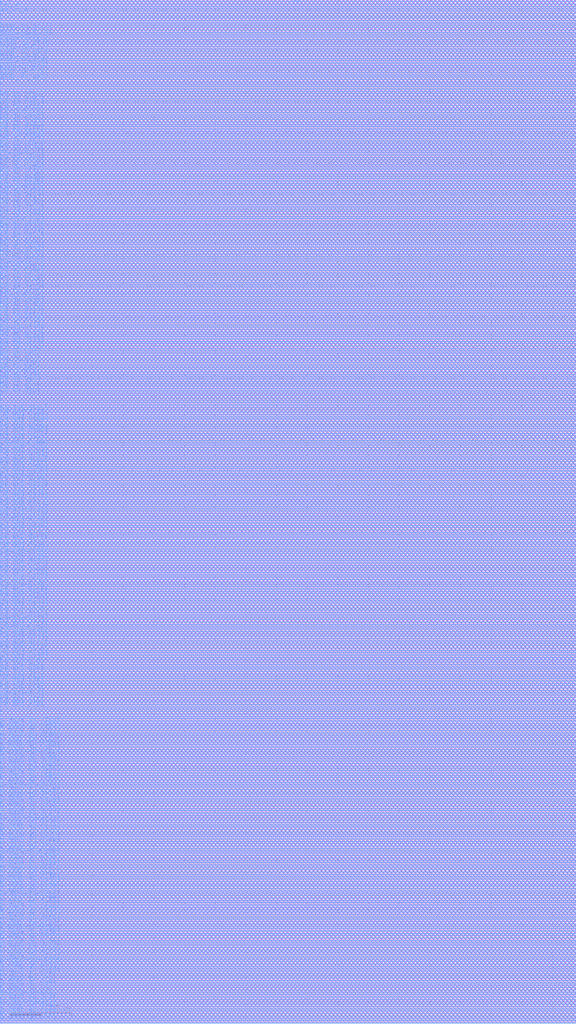
<source format=lef>
# Generated by FakeRAM 2.0
VERSION 5.7 ;
BUSBITCHARS "[]" ;
PROPERTYDEFINITIONS
  MACRO width INTEGER ;
  MACRO depth INTEGER ;
  MACRO banks INTEGER ;
END PROPERTYDEFINITIONS
MACRO fakeram7_dp_4096x64
  PROPERTY width 64 ;
  PROPERTY depth 4096 ;
  PROPERTY banks 8 ;
  FOREIGN fakeram7_dp_4096x64 0 0 ;
  SYMMETRY X Y ;
  SIZE 93.860 BY 166.600 ;
  CLASS BLOCK ;
  PIN w_mask_in_A[0]
    DIRECTION INPUT ;
    USE SIGNAL ;
    SHAPE ABUTMENT ;
    PORT
      LAYER M4 ;
      RECT 0.000 0.048 0.024 0.072 ;
    END
  END w_mask_in_A[0]
  PIN w_mask_in_B[0]
    DIRECTION INPUT ;
    USE SIGNAL ;
    SHAPE ABUTMENT ;
    PORT
      LAYER M4 ;
      RECT 93.836 0.048 93.860 0.072 ;
    END
  END w_mask_in_B[0]
  PIN w_mask_in_A[1]
    DIRECTION INPUT ;
    USE SIGNAL ;
    SHAPE ABUTMENT ;
    PORT
      LAYER M4 ;
      RECT 0.000 0.816 0.024 0.840 ;
    END
  END w_mask_in_A[1]
  PIN w_mask_in_B[1]
    DIRECTION INPUT ;
    USE SIGNAL ;
    SHAPE ABUTMENT ;
    PORT
      LAYER M4 ;
      RECT 93.836 0.816 93.860 0.840 ;
    END
  END w_mask_in_B[1]
  PIN w_mask_in_A[2]
    DIRECTION INPUT ;
    USE SIGNAL ;
    SHAPE ABUTMENT ;
    PORT
      LAYER M4 ;
      RECT 0.000 1.584 0.024 1.608 ;
    END
  END w_mask_in_A[2]
  PIN w_mask_in_B[2]
    DIRECTION INPUT ;
    USE SIGNAL ;
    SHAPE ABUTMENT ;
    PORT
      LAYER M4 ;
      RECT 93.836 1.584 93.860 1.608 ;
    END
  END w_mask_in_B[2]
  PIN w_mask_in_A[3]
    DIRECTION INPUT ;
    USE SIGNAL ;
    SHAPE ABUTMENT ;
    PORT
      LAYER M4 ;
      RECT 0.000 2.352 0.024 2.376 ;
    END
  END w_mask_in_A[3]
  PIN w_mask_in_B[3]
    DIRECTION INPUT ;
    USE SIGNAL ;
    SHAPE ABUTMENT ;
    PORT
      LAYER M4 ;
      RECT 93.836 2.352 93.860 2.376 ;
    END
  END w_mask_in_B[3]
  PIN w_mask_in_A[4]
    DIRECTION INPUT ;
    USE SIGNAL ;
    SHAPE ABUTMENT ;
    PORT
      LAYER M4 ;
      RECT 0.000 3.120 0.024 3.144 ;
    END
  END w_mask_in_A[4]
  PIN w_mask_in_B[4]
    DIRECTION INPUT ;
    USE SIGNAL ;
    SHAPE ABUTMENT ;
    PORT
      LAYER M4 ;
      RECT 93.836 3.120 93.860 3.144 ;
    END
  END w_mask_in_B[4]
  PIN w_mask_in_A[5]
    DIRECTION INPUT ;
    USE SIGNAL ;
    SHAPE ABUTMENT ;
    PORT
      LAYER M4 ;
      RECT 0.000 3.888 0.024 3.912 ;
    END
  END w_mask_in_A[5]
  PIN w_mask_in_B[5]
    DIRECTION INPUT ;
    USE SIGNAL ;
    SHAPE ABUTMENT ;
    PORT
      LAYER M4 ;
      RECT 93.836 3.888 93.860 3.912 ;
    END
  END w_mask_in_B[5]
  PIN w_mask_in_A[6]
    DIRECTION INPUT ;
    USE SIGNAL ;
    SHAPE ABUTMENT ;
    PORT
      LAYER M4 ;
      RECT 0.000 4.656 0.024 4.680 ;
    END
  END w_mask_in_A[6]
  PIN w_mask_in_B[6]
    DIRECTION INPUT ;
    USE SIGNAL ;
    SHAPE ABUTMENT ;
    PORT
      LAYER M4 ;
      RECT 93.836 4.656 93.860 4.680 ;
    END
  END w_mask_in_B[6]
  PIN w_mask_in_A[7]
    DIRECTION INPUT ;
    USE SIGNAL ;
    SHAPE ABUTMENT ;
    PORT
      LAYER M4 ;
      RECT 0.000 5.424 0.024 5.448 ;
    END
  END w_mask_in_A[7]
  PIN w_mask_in_B[7]
    DIRECTION INPUT ;
    USE SIGNAL ;
    SHAPE ABUTMENT ;
    PORT
      LAYER M4 ;
      RECT 93.836 5.424 93.860 5.448 ;
    END
  END w_mask_in_B[7]
  PIN w_mask_in_A[8]
    DIRECTION INPUT ;
    USE SIGNAL ;
    SHAPE ABUTMENT ;
    PORT
      LAYER M4 ;
      RECT 0.000 6.192 0.024 6.216 ;
    END
  END w_mask_in_A[8]
  PIN w_mask_in_B[8]
    DIRECTION INPUT ;
    USE SIGNAL ;
    SHAPE ABUTMENT ;
    PORT
      LAYER M4 ;
      RECT 93.836 6.192 93.860 6.216 ;
    END
  END w_mask_in_B[8]
  PIN w_mask_in_A[9]
    DIRECTION INPUT ;
    USE SIGNAL ;
    SHAPE ABUTMENT ;
    PORT
      LAYER M4 ;
      RECT 0.000 6.960 0.024 6.984 ;
    END
  END w_mask_in_A[9]
  PIN w_mask_in_B[9]
    DIRECTION INPUT ;
    USE SIGNAL ;
    SHAPE ABUTMENT ;
    PORT
      LAYER M4 ;
      RECT 93.836 6.960 93.860 6.984 ;
    END
  END w_mask_in_B[9]
  PIN w_mask_in_A[10]
    DIRECTION INPUT ;
    USE SIGNAL ;
    SHAPE ABUTMENT ;
    PORT
      LAYER M4 ;
      RECT 0.000 7.728 0.024 7.752 ;
    END
  END w_mask_in_A[10]
  PIN w_mask_in_B[10]
    DIRECTION INPUT ;
    USE SIGNAL ;
    SHAPE ABUTMENT ;
    PORT
      LAYER M4 ;
      RECT 93.836 7.728 93.860 7.752 ;
    END
  END w_mask_in_B[10]
  PIN w_mask_in_A[11]
    DIRECTION INPUT ;
    USE SIGNAL ;
    SHAPE ABUTMENT ;
    PORT
      LAYER M4 ;
      RECT 0.000 8.496 0.024 8.520 ;
    END
  END w_mask_in_A[11]
  PIN w_mask_in_B[11]
    DIRECTION INPUT ;
    USE SIGNAL ;
    SHAPE ABUTMENT ;
    PORT
      LAYER M4 ;
      RECT 93.836 8.496 93.860 8.520 ;
    END
  END w_mask_in_B[11]
  PIN w_mask_in_A[12]
    DIRECTION INPUT ;
    USE SIGNAL ;
    SHAPE ABUTMENT ;
    PORT
      LAYER M4 ;
      RECT 0.000 9.264 0.024 9.288 ;
    END
  END w_mask_in_A[12]
  PIN w_mask_in_B[12]
    DIRECTION INPUT ;
    USE SIGNAL ;
    SHAPE ABUTMENT ;
    PORT
      LAYER M4 ;
      RECT 93.836 9.264 93.860 9.288 ;
    END
  END w_mask_in_B[12]
  PIN w_mask_in_A[13]
    DIRECTION INPUT ;
    USE SIGNAL ;
    SHAPE ABUTMENT ;
    PORT
      LAYER M4 ;
      RECT 0.000 10.032 0.024 10.056 ;
    END
  END w_mask_in_A[13]
  PIN w_mask_in_B[13]
    DIRECTION INPUT ;
    USE SIGNAL ;
    SHAPE ABUTMENT ;
    PORT
      LAYER M4 ;
      RECT 93.836 10.032 93.860 10.056 ;
    END
  END w_mask_in_B[13]
  PIN w_mask_in_A[14]
    DIRECTION INPUT ;
    USE SIGNAL ;
    SHAPE ABUTMENT ;
    PORT
      LAYER M4 ;
      RECT 0.000 10.800 0.024 10.824 ;
    END
  END w_mask_in_A[14]
  PIN w_mask_in_B[14]
    DIRECTION INPUT ;
    USE SIGNAL ;
    SHAPE ABUTMENT ;
    PORT
      LAYER M4 ;
      RECT 93.836 10.800 93.860 10.824 ;
    END
  END w_mask_in_B[14]
  PIN w_mask_in_A[15]
    DIRECTION INPUT ;
    USE SIGNAL ;
    SHAPE ABUTMENT ;
    PORT
      LAYER M4 ;
      RECT 0.000 11.568 0.024 11.592 ;
    END
  END w_mask_in_A[15]
  PIN w_mask_in_B[15]
    DIRECTION INPUT ;
    USE SIGNAL ;
    SHAPE ABUTMENT ;
    PORT
      LAYER M4 ;
      RECT 93.836 11.568 93.860 11.592 ;
    END
  END w_mask_in_B[15]
  PIN w_mask_in_A[16]
    DIRECTION INPUT ;
    USE SIGNAL ;
    SHAPE ABUTMENT ;
    PORT
      LAYER M4 ;
      RECT 0.000 12.336 0.024 12.360 ;
    END
  END w_mask_in_A[16]
  PIN w_mask_in_B[16]
    DIRECTION INPUT ;
    USE SIGNAL ;
    SHAPE ABUTMENT ;
    PORT
      LAYER M4 ;
      RECT 93.836 12.336 93.860 12.360 ;
    END
  END w_mask_in_B[16]
  PIN w_mask_in_A[17]
    DIRECTION INPUT ;
    USE SIGNAL ;
    SHAPE ABUTMENT ;
    PORT
      LAYER M4 ;
      RECT 0.000 13.104 0.024 13.128 ;
    END
  END w_mask_in_A[17]
  PIN w_mask_in_B[17]
    DIRECTION INPUT ;
    USE SIGNAL ;
    SHAPE ABUTMENT ;
    PORT
      LAYER M4 ;
      RECT 93.836 13.104 93.860 13.128 ;
    END
  END w_mask_in_B[17]
  PIN w_mask_in_A[18]
    DIRECTION INPUT ;
    USE SIGNAL ;
    SHAPE ABUTMENT ;
    PORT
      LAYER M4 ;
      RECT 0.000 13.872 0.024 13.896 ;
    END
  END w_mask_in_A[18]
  PIN w_mask_in_B[18]
    DIRECTION INPUT ;
    USE SIGNAL ;
    SHAPE ABUTMENT ;
    PORT
      LAYER M4 ;
      RECT 93.836 13.872 93.860 13.896 ;
    END
  END w_mask_in_B[18]
  PIN w_mask_in_A[19]
    DIRECTION INPUT ;
    USE SIGNAL ;
    SHAPE ABUTMENT ;
    PORT
      LAYER M4 ;
      RECT 0.000 14.640 0.024 14.664 ;
    END
  END w_mask_in_A[19]
  PIN w_mask_in_B[19]
    DIRECTION INPUT ;
    USE SIGNAL ;
    SHAPE ABUTMENT ;
    PORT
      LAYER M4 ;
      RECT 93.836 14.640 93.860 14.664 ;
    END
  END w_mask_in_B[19]
  PIN w_mask_in_A[20]
    DIRECTION INPUT ;
    USE SIGNAL ;
    SHAPE ABUTMENT ;
    PORT
      LAYER M4 ;
      RECT 0.000 15.408 0.024 15.432 ;
    END
  END w_mask_in_A[20]
  PIN w_mask_in_B[20]
    DIRECTION INPUT ;
    USE SIGNAL ;
    SHAPE ABUTMENT ;
    PORT
      LAYER M4 ;
      RECT 93.836 15.408 93.860 15.432 ;
    END
  END w_mask_in_B[20]
  PIN w_mask_in_A[21]
    DIRECTION INPUT ;
    USE SIGNAL ;
    SHAPE ABUTMENT ;
    PORT
      LAYER M4 ;
      RECT 0.000 16.176 0.024 16.200 ;
    END
  END w_mask_in_A[21]
  PIN w_mask_in_B[21]
    DIRECTION INPUT ;
    USE SIGNAL ;
    SHAPE ABUTMENT ;
    PORT
      LAYER M4 ;
      RECT 93.836 16.176 93.860 16.200 ;
    END
  END w_mask_in_B[21]
  PIN w_mask_in_A[22]
    DIRECTION INPUT ;
    USE SIGNAL ;
    SHAPE ABUTMENT ;
    PORT
      LAYER M4 ;
      RECT 0.000 16.944 0.024 16.968 ;
    END
  END w_mask_in_A[22]
  PIN w_mask_in_B[22]
    DIRECTION INPUT ;
    USE SIGNAL ;
    SHAPE ABUTMENT ;
    PORT
      LAYER M4 ;
      RECT 93.836 16.944 93.860 16.968 ;
    END
  END w_mask_in_B[22]
  PIN w_mask_in_A[23]
    DIRECTION INPUT ;
    USE SIGNAL ;
    SHAPE ABUTMENT ;
    PORT
      LAYER M4 ;
      RECT 0.000 17.712 0.024 17.736 ;
    END
  END w_mask_in_A[23]
  PIN w_mask_in_B[23]
    DIRECTION INPUT ;
    USE SIGNAL ;
    SHAPE ABUTMENT ;
    PORT
      LAYER M4 ;
      RECT 93.836 17.712 93.860 17.736 ;
    END
  END w_mask_in_B[23]
  PIN w_mask_in_A[24]
    DIRECTION INPUT ;
    USE SIGNAL ;
    SHAPE ABUTMENT ;
    PORT
      LAYER M4 ;
      RECT 0.000 18.480 0.024 18.504 ;
    END
  END w_mask_in_A[24]
  PIN w_mask_in_B[24]
    DIRECTION INPUT ;
    USE SIGNAL ;
    SHAPE ABUTMENT ;
    PORT
      LAYER M4 ;
      RECT 93.836 18.480 93.860 18.504 ;
    END
  END w_mask_in_B[24]
  PIN w_mask_in_A[25]
    DIRECTION INPUT ;
    USE SIGNAL ;
    SHAPE ABUTMENT ;
    PORT
      LAYER M4 ;
      RECT 0.000 19.248 0.024 19.272 ;
    END
  END w_mask_in_A[25]
  PIN w_mask_in_B[25]
    DIRECTION INPUT ;
    USE SIGNAL ;
    SHAPE ABUTMENT ;
    PORT
      LAYER M4 ;
      RECT 93.836 19.248 93.860 19.272 ;
    END
  END w_mask_in_B[25]
  PIN w_mask_in_A[26]
    DIRECTION INPUT ;
    USE SIGNAL ;
    SHAPE ABUTMENT ;
    PORT
      LAYER M4 ;
      RECT 0.000 20.016 0.024 20.040 ;
    END
  END w_mask_in_A[26]
  PIN w_mask_in_B[26]
    DIRECTION INPUT ;
    USE SIGNAL ;
    SHAPE ABUTMENT ;
    PORT
      LAYER M4 ;
      RECT 93.836 20.016 93.860 20.040 ;
    END
  END w_mask_in_B[26]
  PIN w_mask_in_A[27]
    DIRECTION INPUT ;
    USE SIGNAL ;
    SHAPE ABUTMENT ;
    PORT
      LAYER M4 ;
      RECT 0.000 20.784 0.024 20.808 ;
    END
  END w_mask_in_A[27]
  PIN w_mask_in_B[27]
    DIRECTION INPUT ;
    USE SIGNAL ;
    SHAPE ABUTMENT ;
    PORT
      LAYER M4 ;
      RECT 93.836 20.784 93.860 20.808 ;
    END
  END w_mask_in_B[27]
  PIN w_mask_in_A[28]
    DIRECTION INPUT ;
    USE SIGNAL ;
    SHAPE ABUTMENT ;
    PORT
      LAYER M4 ;
      RECT 0.000 21.552 0.024 21.576 ;
    END
  END w_mask_in_A[28]
  PIN w_mask_in_B[28]
    DIRECTION INPUT ;
    USE SIGNAL ;
    SHAPE ABUTMENT ;
    PORT
      LAYER M4 ;
      RECT 93.836 21.552 93.860 21.576 ;
    END
  END w_mask_in_B[28]
  PIN w_mask_in_A[29]
    DIRECTION INPUT ;
    USE SIGNAL ;
    SHAPE ABUTMENT ;
    PORT
      LAYER M4 ;
      RECT 0.000 22.320 0.024 22.344 ;
    END
  END w_mask_in_A[29]
  PIN w_mask_in_B[29]
    DIRECTION INPUT ;
    USE SIGNAL ;
    SHAPE ABUTMENT ;
    PORT
      LAYER M4 ;
      RECT 93.836 22.320 93.860 22.344 ;
    END
  END w_mask_in_B[29]
  PIN w_mask_in_A[30]
    DIRECTION INPUT ;
    USE SIGNAL ;
    SHAPE ABUTMENT ;
    PORT
      LAYER M4 ;
      RECT 0.000 23.088 0.024 23.112 ;
    END
  END w_mask_in_A[30]
  PIN w_mask_in_B[30]
    DIRECTION INPUT ;
    USE SIGNAL ;
    SHAPE ABUTMENT ;
    PORT
      LAYER M4 ;
      RECT 93.836 23.088 93.860 23.112 ;
    END
  END w_mask_in_B[30]
  PIN w_mask_in_A[31]
    DIRECTION INPUT ;
    USE SIGNAL ;
    SHAPE ABUTMENT ;
    PORT
      LAYER M4 ;
      RECT 0.000 23.856 0.024 23.880 ;
    END
  END w_mask_in_A[31]
  PIN w_mask_in_B[31]
    DIRECTION INPUT ;
    USE SIGNAL ;
    SHAPE ABUTMENT ;
    PORT
      LAYER M4 ;
      RECT 93.836 23.856 93.860 23.880 ;
    END
  END w_mask_in_B[31]
  PIN w_mask_in_A[32]
    DIRECTION INPUT ;
    USE SIGNAL ;
    SHAPE ABUTMENT ;
    PORT
      LAYER M4 ;
      RECT 0.000 24.624 0.024 24.648 ;
    END
  END w_mask_in_A[32]
  PIN w_mask_in_B[32]
    DIRECTION INPUT ;
    USE SIGNAL ;
    SHAPE ABUTMENT ;
    PORT
      LAYER M4 ;
      RECT 93.836 24.624 93.860 24.648 ;
    END
  END w_mask_in_B[32]
  PIN w_mask_in_A[33]
    DIRECTION INPUT ;
    USE SIGNAL ;
    SHAPE ABUTMENT ;
    PORT
      LAYER M4 ;
      RECT 0.000 25.392 0.024 25.416 ;
    END
  END w_mask_in_A[33]
  PIN w_mask_in_B[33]
    DIRECTION INPUT ;
    USE SIGNAL ;
    SHAPE ABUTMENT ;
    PORT
      LAYER M4 ;
      RECT 93.836 25.392 93.860 25.416 ;
    END
  END w_mask_in_B[33]
  PIN w_mask_in_A[34]
    DIRECTION INPUT ;
    USE SIGNAL ;
    SHAPE ABUTMENT ;
    PORT
      LAYER M4 ;
      RECT 0.000 26.160 0.024 26.184 ;
    END
  END w_mask_in_A[34]
  PIN w_mask_in_B[34]
    DIRECTION INPUT ;
    USE SIGNAL ;
    SHAPE ABUTMENT ;
    PORT
      LAYER M4 ;
      RECT 93.836 26.160 93.860 26.184 ;
    END
  END w_mask_in_B[34]
  PIN w_mask_in_A[35]
    DIRECTION INPUT ;
    USE SIGNAL ;
    SHAPE ABUTMENT ;
    PORT
      LAYER M4 ;
      RECT 0.000 26.928 0.024 26.952 ;
    END
  END w_mask_in_A[35]
  PIN w_mask_in_B[35]
    DIRECTION INPUT ;
    USE SIGNAL ;
    SHAPE ABUTMENT ;
    PORT
      LAYER M4 ;
      RECT 93.836 26.928 93.860 26.952 ;
    END
  END w_mask_in_B[35]
  PIN w_mask_in_A[36]
    DIRECTION INPUT ;
    USE SIGNAL ;
    SHAPE ABUTMENT ;
    PORT
      LAYER M4 ;
      RECT 0.000 27.696 0.024 27.720 ;
    END
  END w_mask_in_A[36]
  PIN w_mask_in_B[36]
    DIRECTION INPUT ;
    USE SIGNAL ;
    SHAPE ABUTMENT ;
    PORT
      LAYER M4 ;
      RECT 93.836 27.696 93.860 27.720 ;
    END
  END w_mask_in_B[36]
  PIN w_mask_in_A[37]
    DIRECTION INPUT ;
    USE SIGNAL ;
    SHAPE ABUTMENT ;
    PORT
      LAYER M4 ;
      RECT 0.000 28.464 0.024 28.488 ;
    END
  END w_mask_in_A[37]
  PIN w_mask_in_B[37]
    DIRECTION INPUT ;
    USE SIGNAL ;
    SHAPE ABUTMENT ;
    PORT
      LAYER M4 ;
      RECT 93.836 28.464 93.860 28.488 ;
    END
  END w_mask_in_B[37]
  PIN w_mask_in_A[38]
    DIRECTION INPUT ;
    USE SIGNAL ;
    SHAPE ABUTMENT ;
    PORT
      LAYER M4 ;
      RECT 0.000 29.232 0.024 29.256 ;
    END
  END w_mask_in_A[38]
  PIN w_mask_in_B[38]
    DIRECTION INPUT ;
    USE SIGNAL ;
    SHAPE ABUTMENT ;
    PORT
      LAYER M4 ;
      RECT 93.836 29.232 93.860 29.256 ;
    END
  END w_mask_in_B[38]
  PIN w_mask_in_A[39]
    DIRECTION INPUT ;
    USE SIGNAL ;
    SHAPE ABUTMENT ;
    PORT
      LAYER M4 ;
      RECT 0.000 30.000 0.024 30.024 ;
    END
  END w_mask_in_A[39]
  PIN w_mask_in_B[39]
    DIRECTION INPUT ;
    USE SIGNAL ;
    SHAPE ABUTMENT ;
    PORT
      LAYER M4 ;
      RECT 93.836 30.000 93.860 30.024 ;
    END
  END w_mask_in_B[39]
  PIN w_mask_in_A[40]
    DIRECTION INPUT ;
    USE SIGNAL ;
    SHAPE ABUTMENT ;
    PORT
      LAYER M4 ;
      RECT 0.000 30.768 0.024 30.792 ;
    END
  END w_mask_in_A[40]
  PIN w_mask_in_B[40]
    DIRECTION INPUT ;
    USE SIGNAL ;
    SHAPE ABUTMENT ;
    PORT
      LAYER M4 ;
      RECT 93.836 30.768 93.860 30.792 ;
    END
  END w_mask_in_B[40]
  PIN w_mask_in_A[41]
    DIRECTION INPUT ;
    USE SIGNAL ;
    SHAPE ABUTMENT ;
    PORT
      LAYER M4 ;
      RECT 0.000 31.536 0.024 31.560 ;
    END
  END w_mask_in_A[41]
  PIN w_mask_in_B[41]
    DIRECTION INPUT ;
    USE SIGNAL ;
    SHAPE ABUTMENT ;
    PORT
      LAYER M4 ;
      RECT 93.836 31.536 93.860 31.560 ;
    END
  END w_mask_in_B[41]
  PIN w_mask_in_A[42]
    DIRECTION INPUT ;
    USE SIGNAL ;
    SHAPE ABUTMENT ;
    PORT
      LAYER M4 ;
      RECT 0.000 32.304 0.024 32.328 ;
    END
  END w_mask_in_A[42]
  PIN w_mask_in_B[42]
    DIRECTION INPUT ;
    USE SIGNAL ;
    SHAPE ABUTMENT ;
    PORT
      LAYER M4 ;
      RECT 93.836 32.304 93.860 32.328 ;
    END
  END w_mask_in_B[42]
  PIN w_mask_in_A[43]
    DIRECTION INPUT ;
    USE SIGNAL ;
    SHAPE ABUTMENT ;
    PORT
      LAYER M4 ;
      RECT 0.000 33.072 0.024 33.096 ;
    END
  END w_mask_in_A[43]
  PIN w_mask_in_B[43]
    DIRECTION INPUT ;
    USE SIGNAL ;
    SHAPE ABUTMENT ;
    PORT
      LAYER M4 ;
      RECT 93.836 33.072 93.860 33.096 ;
    END
  END w_mask_in_B[43]
  PIN w_mask_in_A[44]
    DIRECTION INPUT ;
    USE SIGNAL ;
    SHAPE ABUTMENT ;
    PORT
      LAYER M4 ;
      RECT 0.000 33.840 0.024 33.864 ;
    END
  END w_mask_in_A[44]
  PIN w_mask_in_B[44]
    DIRECTION INPUT ;
    USE SIGNAL ;
    SHAPE ABUTMENT ;
    PORT
      LAYER M4 ;
      RECT 93.836 33.840 93.860 33.864 ;
    END
  END w_mask_in_B[44]
  PIN w_mask_in_A[45]
    DIRECTION INPUT ;
    USE SIGNAL ;
    SHAPE ABUTMENT ;
    PORT
      LAYER M4 ;
      RECT 0.000 34.608 0.024 34.632 ;
    END
  END w_mask_in_A[45]
  PIN w_mask_in_B[45]
    DIRECTION INPUT ;
    USE SIGNAL ;
    SHAPE ABUTMENT ;
    PORT
      LAYER M4 ;
      RECT 93.836 34.608 93.860 34.632 ;
    END
  END w_mask_in_B[45]
  PIN w_mask_in_A[46]
    DIRECTION INPUT ;
    USE SIGNAL ;
    SHAPE ABUTMENT ;
    PORT
      LAYER M4 ;
      RECT 0.000 35.376 0.024 35.400 ;
    END
  END w_mask_in_A[46]
  PIN w_mask_in_B[46]
    DIRECTION INPUT ;
    USE SIGNAL ;
    SHAPE ABUTMENT ;
    PORT
      LAYER M4 ;
      RECT 93.836 35.376 93.860 35.400 ;
    END
  END w_mask_in_B[46]
  PIN w_mask_in_A[47]
    DIRECTION INPUT ;
    USE SIGNAL ;
    SHAPE ABUTMENT ;
    PORT
      LAYER M4 ;
      RECT 0.000 36.144 0.024 36.168 ;
    END
  END w_mask_in_A[47]
  PIN w_mask_in_B[47]
    DIRECTION INPUT ;
    USE SIGNAL ;
    SHAPE ABUTMENT ;
    PORT
      LAYER M4 ;
      RECT 93.836 36.144 93.860 36.168 ;
    END
  END w_mask_in_B[47]
  PIN w_mask_in_A[48]
    DIRECTION INPUT ;
    USE SIGNAL ;
    SHAPE ABUTMENT ;
    PORT
      LAYER M4 ;
      RECT 0.000 36.912 0.024 36.936 ;
    END
  END w_mask_in_A[48]
  PIN w_mask_in_B[48]
    DIRECTION INPUT ;
    USE SIGNAL ;
    SHAPE ABUTMENT ;
    PORT
      LAYER M4 ;
      RECT 93.836 36.912 93.860 36.936 ;
    END
  END w_mask_in_B[48]
  PIN w_mask_in_A[49]
    DIRECTION INPUT ;
    USE SIGNAL ;
    SHAPE ABUTMENT ;
    PORT
      LAYER M4 ;
      RECT 0.000 37.680 0.024 37.704 ;
    END
  END w_mask_in_A[49]
  PIN w_mask_in_B[49]
    DIRECTION INPUT ;
    USE SIGNAL ;
    SHAPE ABUTMENT ;
    PORT
      LAYER M4 ;
      RECT 93.836 37.680 93.860 37.704 ;
    END
  END w_mask_in_B[49]
  PIN w_mask_in_A[50]
    DIRECTION INPUT ;
    USE SIGNAL ;
    SHAPE ABUTMENT ;
    PORT
      LAYER M4 ;
      RECT 0.000 38.448 0.024 38.472 ;
    END
  END w_mask_in_A[50]
  PIN w_mask_in_B[50]
    DIRECTION INPUT ;
    USE SIGNAL ;
    SHAPE ABUTMENT ;
    PORT
      LAYER M4 ;
      RECT 93.836 38.448 93.860 38.472 ;
    END
  END w_mask_in_B[50]
  PIN w_mask_in_A[51]
    DIRECTION INPUT ;
    USE SIGNAL ;
    SHAPE ABUTMENT ;
    PORT
      LAYER M4 ;
      RECT 0.000 39.216 0.024 39.240 ;
    END
  END w_mask_in_A[51]
  PIN w_mask_in_B[51]
    DIRECTION INPUT ;
    USE SIGNAL ;
    SHAPE ABUTMENT ;
    PORT
      LAYER M4 ;
      RECT 93.836 39.216 93.860 39.240 ;
    END
  END w_mask_in_B[51]
  PIN w_mask_in_A[52]
    DIRECTION INPUT ;
    USE SIGNAL ;
    SHAPE ABUTMENT ;
    PORT
      LAYER M4 ;
      RECT 0.000 39.984 0.024 40.008 ;
    END
  END w_mask_in_A[52]
  PIN w_mask_in_B[52]
    DIRECTION INPUT ;
    USE SIGNAL ;
    SHAPE ABUTMENT ;
    PORT
      LAYER M4 ;
      RECT 93.836 39.984 93.860 40.008 ;
    END
  END w_mask_in_B[52]
  PIN w_mask_in_A[53]
    DIRECTION INPUT ;
    USE SIGNAL ;
    SHAPE ABUTMENT ;
    PORT
      LAYER M4 ;
      RECT 0.000 40.752 0.024 40.776 ;
    END
  END w_mask_in_A[53]
  PIN w_mask_in_B[53]
    DIRECTION INPUT ;
    USE SIGNAL ;
    SHAPE ABUTMENT ;
    PORT
      LAYER M4 ;
      RECT 93.836 40.752 93.860 40.776 ;
    END
  END w_mask_in_B[53]
  PIN w_mask_in_A[54]
    DIRECTION INPUT ;
    USE SIGNAL ;
    SHAPE ABUTMENT ;
    PORT
      LAYER M4 ;
      RECT 0.000 41.520 0.024 41.544 ;
    END
  END w_mask_in_A[54]
  PIN w_mask_in_B[54]
    DIRECTION INPUT ;
    USE SIGNAL ;
    SHAPE ABUTMENT ;
    PORT
      LAYER M4 ;
      RECT 93.836 41.520 93.860 41.544 ;
    END
  END w_mask_in_B[54]
  PIN w_mask_in_A[55]
    DIRECTION INPUT ;
    USE SIGNAL ;
    SHAPE ABUTMENT ;
    PORT
      LAYER M4 ;
      RECT 0.000 42.288 0.024 42.312 ;
    END
  END w_mask_in_A[55]
  PIN w_mask_in_B[55]
    DIRECTION INPUT ;
    USE SIGNAL ;
    SHAPE ABUTMENT ;
    PORT
      LAYER M4 ;
      RECT 93.836 42.288 93.860 42.312 ;
    END
  END w_mask_in_B[55]
  PIN w_mask_in_A[56]
    DIRECTION INPUT ;
    USE SIGNAL ;
    SHAPE ABUTMENT ;
    PORT
      LAYER M4 ;
      RECT 0.000 43.056 0.024 43.080 ;
    END
  END w_mask_in_A[56]
  PIN w_mask_in_B[56]
    DIRECTION INPUT ;
    USE SIGNAL ;
    SHAPE ABUTMENT ;
    PORT
      LAYER M4 ;
      RECT 93.836 43.056 93.860 43.080 ;
    END
  END w_mask_in_B[56]
  PIN w_mask_in_A[57]
    DIRECTION INPUT ;
    USE SIGNAL ;
    SHAPE ABUTMENT ;
    PORT
      LAYER M4 ;
      RECT 0.000 43.824 0.024 43.848 ;
    END
  END w_mask_in_A[57]
  PIN w_mask_in_B[57]
    DIRECTION INPUT ;
    USE SIGNAL ;
    SHAPE ABUTMENT ;
    PORT
      LAYER M4 ;
      RECT 93.836 43.824 93.860 43.848 ;
    END
  END w_mask_in_B[57]
  PIN w_mask_in_A[58]
    DIRECTION INPUT ;
    USE SIGNAL ;
    SHAPE ABUTMENT ;
    PORT
      LAYER M4 ;
      RECT 0.000 44.592 0.024 44.616 ;
    END
  END w_mask_in_A[58]
  PIN w_mask_in_B[58]
    DIRECTION INPUT ;
    USE SIGNAL ;
    SHAPE ABUTMENT ;
    PORT
      LAYER M4 ;
      RECT 93.836 44.592 93.860 44.616 ;
    END
  END w_mask_in_B[58]
  PIN w_mask_in_A[59]
    DIRECTION INPUT ;
    USE SIGNAL ;
    SHAPE ABUTMENT ;
    PORT
      LAYER M4 ;
      RECT 0.000 45.360 0.024 45.384 ;
    END
  END w_mask_in_A[59]
  PIN w_mask_in_B[59]
    DIRECTION INPUT ;
    USE SIGNAL ;
    SHAPE ABUTMENT ;
    PORT
      LAYER M4 ;
      RECT 93.836 45.360 93.860 45.384 ;
    END
  END w_mask_in_B[59]
  PIN w_mask_in_A[60]
    DIRECTION INPUT ;
    USE SIGNAL ;
    SHAPE ABUTMENT ;
    PORT
      LAYER M4 ;
      RECT 0.000 46.128 0.024 46.152 ;
    END
  END w_mask_in_A[60]
  PIN w_mask_in_B[60]
    DIRECTION INPUT ;
    USE SIGNAL ;
    SHAPE ABUTMENT ;
    PORT
      LAYER M4 ;
      RECT 93.836 46.128 93.860 46.152 ;
    END
  END w_mask_in_B[60]
  PIN w_mask_in_A[61]
    DIRECTION INPUT ;
    USE SIGNAL ;
    SHAPE ABUTMENT ;
    PORT
      LAYER M4 ;
      RECT 0.000 46.896 0.024 46.920 ;
    END
  END w_mask_in_A[61]
  PIN w_mask_in_B[61]
    DIRECTION INPUT ;
    USE SIGNAL ;
    SHAPE ABUTMENT ;
    PORT
      LAYER M4 ;
      RECT 93.836 46.896 93.860 46.920 ;
    END
  END w_mask_in_B[61]
  PIN w_mask_in_A[62]
    DIRECTION INPUT ;
    USE SIGNAL ;
    SHAPE ABUTMENT ;
    PORT
      LAYER M4 ;
      RECT 0.000 47.664 0.024 47.688 ;
    END
  END w_mask_in_A[62]
  PIN w_mask_in_B[62]
    DIRECTION INPUT ;
    USE SIGNAL ;
    SHAPE ABUTMENT ;
    PORT
      LAYER M4 ;
      RECT 93.836 47.664 93.860 47.688 ;
    END
  END w_mask_in_B[62]
  PIN w_mask_in_A[63]
    DIRECTION INPUT ;
    USE SIGNAL ;
    SHAPE ABUTMENT ;
    PORT
      LAYER M4 ;
      RECT 0.000 48.432 0.024 48.456 ;
    END
  END w_mask_in_A[63]
  PIN w_mask_in_B[63]
    DIRECTION INPUT ;
    USE SIGNAL ;
    SHAPE ABUTMENT ;
    PORT
      LAYER M4 ;
      RECT 93.836 48.432 93.860 48.456 ;
    END
  END w_mask_in_B[63]
  PIN rd_out_A[0]
    DIRECTION OUTPUT ;
    USE SIGNAL ;
    SHAPE ABUTMENT ;
    PORT
      LAYER M4 ;
      RECT 0.000 51.072 0.024 51.096 ;
    END
  END rd_out_A[0]
  PIN rd_out_B[0]
    DIRECTION OUTPUT ;
    USE SIGNAL ;
    SHAPE ABUTMENT ;
    PORT
      LAYER M4 ;
      RECT 93.836 51.072 93.860 51.096 ;
    END
  END rd_out_B[0]
  PIN rd_out_A[1]
    DIRECTION OUTPUT ;
    USE SIGNAL ;
    SHAPE ABUTMENT ;
    PORT
      LAYER M4 ;
      RECT 0.000 51.840 0.024 51.864 ;
    END
  END rd_out_A[1]
  PIN rd_out_B[1]
    DIRECTION OUTPUT ;
    USE SIGNAL ;
    SHAPE ABUTMENT ;
    PORT
      LAYER M4 ;
      RECT 93.836 51.840 93.860 51.864 ;
    END
  END rd_out_B[1]
  PIN rd_out_A[2]
    DIRECTION OUTPUT ;
    USE SIGNAL ;
    SHAPE ABUTMENT ;
    PORT
      LAYER M4 ;
      RECT 0.000 52.608 0.024 52.632 ;
    END
  END rd_out_A[2]
  PIN rd_out_B[2]
    DIRECTION OUTPUT ;
    USE SIGNAL ;
    SHAPE ABUTMENT ;
    PORT
      LAYER M4 ;
      RECT 93.836 52.608 93.860 52.632 ;
    END
  END rd_out_B[2]
  PIN rd_out_A[3]
    DIRECTION OUTPUT ;
    USE SIGNAL ;
    SHAPE ABUTMENT ;
    PORT
      LAYER M4 ;
      RECT 0.000 53.376 0.024 53.400 ;
    END
  END rd_out_A[3]
  PIN rd_out_B[3]
    DIRECTION OUTPUT ;
    USE SIGNAL ;
    SHAPE ABUTMENT ;
    PORT
      LAYER M4 ;
      RECT 93.836 53.376 93.860 53.400 ;
    END
  END rd_out_B[3]
  PIN rd_out_A[4]
    DIRECTION OUTPUT ;
    USE SIGNAL ;
    SHAPE ABUTMENT ;
    PORT
      LAYER M4 ;
      RECT 0.000 54.144 0.024 54.168 ;
    END
  END rd_out_A[4]
  PIN rd_out_B[4]
    DIRECTION OUTPUT ;
    USE SIGNAL ;
    SHAPE ABUTMENT ;
    PORT
      LAYER M4 ;
      RECT 93.836 54.144 93.860 54.168 ;
    END
  END rd_out_B[4]
  PIN rd_out_A[5]
    DIRECTION OUTPUT ;
    USE SIGNAL ;
    SHAPE ABUTMENT ;
    PORT
      LAYER M4 ;
      RECT 0.000 54.912 0.024 54.936 ;
    END
  END rd_out_A[5]
  PIN rd_out_B[5]
    DIRECTION OUTPUT ;
    USE SIGNAL ;
    SHAPE ABUTMENT ;
    PORT
      LAYER M4 ;
      RECT 93.836 54.912 93.860 54.936 ;
    END
  END rd_out_B[5]
  PIN rd_out_A[6]
    DIRECTION OUTPUT ;
    USE SIGNAL ;
    SHAPE ABUTMENT ;
    PORT
      LAYER M4 ;
      RECT 0.000 55.680 0.024 55.704 ;
    END
  END rd_out_A[6]
  PIN rd_out_B[6]
    DIRECTION OUTPUT ;
    USE SIGNAL ;
    SHAPE ABUTMENT ;
    PORT
      LAYER M4 ;
      RECT 93.836 55.680 93.860 55.704 ;
    END
  END rd_out_B[6]
  PIN rd_out_A[7]
    DIRECTION OUTPUT ;
    USE SIGNAL ;
    SHAPE ABUTMENT ;
    PORT
      LAYER M4 ;
      RECT 0.000 56.448 0.024 56.472 ;
    END
  END rd_out_A[7]
  PIN rd_out_B[7]
    DIRECTION OUTPUT ;
    USE SIGNAL ;
    SHAPE ABUTMENT ;
    PORT
      LAYER M4 ;
      RECT 93.836 56.448 93.860 56.472 ;
    END
  END rd_out_B[7]
  PIN rd_out_A[8]
    DIRECTION OUTPUT ;
    USE SIGNAL ;
    SHAPE ABUTMENT ;
    PORT
      LAYER M4 ;
      RECT 0.000 57.216 0.024 57.240 ;
    END
  END rd_out_A[8]
  PIN rd_out_B[8]
    DIRECTION OUTPUT ;
    USE SIGNAL ;
    SHAPE ABUTMENT ;
    PORT
      LAYER M4 ;
      RECT 93.836 57.216 93.860 57.240 ;
    END
  END rd_out_B[8]
  PIN rd_out_A[9]
    DIRECTION OUTPUT ;
    USE SIGNAL ;
    SHAPE ABUTMENT ;
    PORT
      LAYER M4 ;
      RECT 0.000 57.984 0.024 58.008 ;
    END
  END rd_out_A[9]
  PIN rd_out_B[9]
    DIRECTION OUTPUT ;
    USE SIGNAL ;
    SHAPE ABUTMENT ;
    PORT
      LAYER M4 ;
      RECT 93.836 57.984 93.860 58.008 ;
    END
  END rd_out_B[9]
  PIN rd_out_A[10]
    DIRECTION OUTPUT ;
    USE SIGNAL ;
    SHAPE ABUTMENT ;
    PORT
      LAYER M4 ;
      RECT 0.000 58.752 0.024 58.776 ;
    END
  END rd_out_A[10]
  PIN rd_out_B[10]
    DIRECTION OUTPUT ;
    USE SIGNAL ;
    SHAPE ABUTMENT ;
    PORT
      LAYER M4 ;
      RECT 93.836 58.752 93.860 58.776 ;
    END
  END rd_out_B[10]
  PIN rd_out_A[11]
    DIRECTION OUTPUT ;
    USE SIGNAL ;
    SHAPE ABUTMENT ;
    PORT
      LAYER M4 ;
      RECT 0.000 59.520 0.024 59.544 ;
    END
  END rd_out_A[11]
  PIN rd_out_B[11]
    DIRECTION OUTPUT ;
    USE SIGNAL ;
    SHAPE ABUTMENT ;
    PORT
      LAYER M4 ;
      RECT 93.836 59.520 93.860 59.544 ;
    END
  END rd_out_B[11]
  PIN rd_out_A[12]
    DIRECTION OUTPUT ;
    USE SIGNAL ;
    SHAPE ABUTMENT ;
    PORT
      LAYER M4 ;
      RECT 0.000 60.288 0.024 60.312 ;
    END
  END rd_out_A[12]
  PIN rd_out_B[12]
    DIRECTION OUTPUT ;
    USE SIGNAL ;
    SHAPE ABUTMENT ;
    PORT
      LAYER M4 ;
      RECT 93.836 60.288 93.860 60.312 ;
    END
  END rd_out_B[12]
  PIN rd_out_A[13]
    DIRECTION OUTPUT ;
    USE SIGNAL ;
    SHAPE ABUTMENT ;
    PORT
      LAYER M4 ;
      RECT 0.000 61.056 0.024 61.080 ;
    END
  END rd_out_A[13]
  PIN rd_out_B[13]
    DIRECTION OUTPUT ;
    USE SIGNAL ;
    SHAPE ABUTMENT ;
    PORT
      LAYER M4 ;
      RECT 93.836 61.056 93.860 61.080 ;
    END
  END rd_out_B[13]
  PIN rd_out_A[14]
    DIRECTION OUTPUT ;
    USE SIGNAL ;
    SHAPE ABUTMENT ;
    PORT
      LAYER M4 ;
      RECT 0.000 61.824 0.024 61.848 ;
    END
  END rd_out_A[14]
  PIN rd_out_B[14]
    DIRECTION OUTPUT ;
    USE SIGNAL ;
    SHAPE ABUTMENT ;
    PORT
      LAYER M4 ;
      RECT 93.836 61.824 93.860 61.848 ;
    END
  END rd_out_B[14]
  PIN rd_out_A[15]
    DIRECTION OUTPUT ;
    USE SIGNAL ;
    SHAPE ABUTMENT ;
    PORT
      LAYER M4 ;
      RECT 0.000 62.592 0.024 62.616 ;
    END
  END rd_out_A[15]
  PIN rd_out_B[15]
    DIRECTION OUTPUT ;
    USE SIGNAL ;
    SHAPE ABUTMENT ;
    PORT
      LAYER M4 ;
      RECT 93.836 62.592 93.860 62.616 ;
    END
  END rd_out_B[15]
  PIN rd_out_A[16]
    DIRECTION OUTPUT ;
    USE SIGNAL ;
    SHAPE ABUTMENT ;
    PORT
      LAYER M4 ;
      RECT 0.000 63.360 0.024 63.384 ;
    END
  END rd_out_A[16]
  PIN rd_out_B[16]
    DIRECTION OUTPUT ;
    USE SIGNAL ;
    SHAPE ABUTMENT ;
    PORT
      LAYER M4 ;
      RECT 93.836 63.360 93.860 63.384 ;
    END
  END rd_out_B[16]
  PIN rd_out_A[17]
    DIRECTION OUTPUT ;
    USE SIGNAL ;
    SHAPE ABUTMENT ;
    PORT
      LAYER M4 ;
      RECT 0.000 64.128 0.024 64.152 ;
    END
  END rd_out_A[17]
  PIN rd_out_B[17]
    DIRECTION OUTPUT ;
    USE SIGNAL ;
    SHAPE ABUTMENT ;
    PORT
      LAYER M4 ;
      RECT 93.836 64.128 93.860 64.152 ;
    END
  END rd_out_B[17]
  PIN rd_out_A[18]
    DIRECTION OUTPUT ;
    USE SIGNAL ;
    SHAPE ABUTMENT ;
    PORT
      LAYER M4 ;
      RECT 0.000 64.896 0.024 64.920 ;
    END
  END rd_out_A[18]
  PIN rd_out_B[18]
    DIRECTION OUTPUT ;
    USE SIGNAL ;
    SHAPE ABUTMENT ;
    PORT
      LAYER M4 ;
      RECT 93.836 64.896 93.860 64.920 ;
    END
  END rd_out_B[18]
  PIN rd_out_A[19]
    DIRECTION OUTPUT ;
    USE SIGNAL ;
    SHAPE ABUTMENT ;
    PORT
      LAYER M4 ;
      RECT 0.000 65.664 0.024 65.688 ;
    END
  END rd_out_A[19]
  PIN rd_out_B[19]
    DIRECTION OUTPUT ;
    USE SIGNAL ;
    SHAPE ABUTMENT ;
    PORT
      LAYER M4 ;
      RECT 93.836 65.664 93.860 65.688 ;
    END
  END rd_out_B[19]
  PIN rd_out_A[20]
    DIRECTION OUTPUT ;
    USE SIGNAL ;
    SHAPE ABUTMENT ;
    PORT
      LAYER M4 ;
      RECT 0.000 66.432 0.024 66.456 ;
    END
  END rd_out_A[20]
  PIN rd_out_B[20]
    DIRECTION OUTPUT ;
    USE SIGNAL ;
    SHAPE ABUTMENT ;
    PORT
      LAYER M4 ;
      RECT 93.836 66.432 93.860 66.456 ;
    END
  END rd_out_B[20]
  PIN rd_out_A[21]
    DIRECTION OUTPUT ;
    USE SIGNAL ;
    SHAPE ABUTMENT ;
    PORT
      LAYER M4 ;
      RECT 0.000 67.200 0.024 67.224 ;
    END
  END rd_out_A[21]
  PIN rd_out_B[21]
    DIRECTION OUTPUT ;
    USE SIGNAL ;
    SHAPE ABUTMENT ;
    PORT
      LAYER M4 ;
      RECT 93.836 67.200 93.860 67.224 ;
    END
  END rd_out_B[21]
  PIN rd_out_A[22]
    DIRECTION OUTPUT ;
    USE SIGNAL ;
    SHAPE ABUTMENT ;
    PORT
      LAYER M4 ;
      RECT 0.000 67.968 0.024 67.992 ;
    END
  END rd_out_A[22]
  PIN rd_out_B[22]
    DIRECTION OUTPUT ;
    USE SIGNAL ;
    SHAPE ABUTMENT ;
    PORT
      LAYER M4 ;
      RECT 93.836 67.968 93.860 67.992 ;
    END
  END rd_out_B[22]
  PIN rd_out_A[23]
    DIRECTION OUTPUT ;
    USE SIGNAL ;
    SHAPE ABUTMENT ;
    PORT
      LAYER M4 ;
      RECT 0.000 68.736 0.024 68.760 ;
    END
  END rd_out_A[23]
  PIN rd_out_B[23]
    DIRECTION OUTPUT ;
    USE SIGNAL ;
    SHAPE ABUTMENT ;
    PORT
      LAYER M4 ;
      RECT 93.836 68.736 93.860 68.760 ;
    END
  END rd_out_B[23]
  PIN rd_out_A[24]
    DIRECTION OUTPUT ;
    USE SIGNAL ;
    SHAPE ABUTMENT ;
    PORT
      LAYER M4 ;
      RECT 0.000 69.504 0.024 69.528 ;
    END
  END rd_out_A[24]
  PIN rd_out_B[24]
    DIRECTION OUTPUT ;
    USE SIGNAL ;
    SHAPE ABUTMENT ;
    PORT
      LAYER M4 ;
      RECT 93.836 69.504 93.860 69.528 ;
    END
  END rd_out_B[24]
  PIN rd_out_A[25]
    DIRECTION OUTPUT ;
    USE SIGNAL ;
    SHAPE ABUTMENT ;
    PORT
      LAYER M4 ;
      RECT 0.000 70.272 0.024 70.296 ;
    END
  END rd_out_A[25]
  PIN rd_out_B[25]
    DIRECTION OUTPUT ;
    USE SIGNAL ;
    SHAPE ABUTMENT ;
    PORT
      LAYER M4 ;
      RECT 93.836 70.272 93.860 70.296 ;
    END
  END rd_out_B[25]
  PIN rd_out_A[26]
    DIRECTION OUTPUT ;
    USE SIGNAL ;
    SHAPE ABUTMENT ;
    PORT
      LAYER M4 ;
      RECT 0.000 71.040 0.024 71.064 ;
    END
  END rd_out_A[26]
  PIN rd_out_B[26]
    DIRECTION OUTPUT ;
    USE SIGNAL ;
    SHAPE ABUTMENT ;
    PORT
      LAYER M4 ;
      RECT 93.836 71.040 93.860 71.064 ;
    END
  END rd_out_B[26]
  PIN rd_out_A[27]
    DIRECTION OUTPUT ;
    USE SIGNAL ;
    SHAPE ABUTMENT ;
    PORT
      LAYER M4 ;
      RECT 0.000 71.808 0.024 71.832 ;
    END
  END rd_out_A[27]
  PIN rd_out_B[27]
    DIRECTION OUTPUT ;
    USE SIGNAL ;
    SHAPE ABUTMENT ;
    PORT
      LAYER M4 ;
      RECT 93.836 71.808 93.860 71.832 ;
    END
  END rd_out_B[27]
  PIN rd_out_A[28]
    DIRECTION OUTPUT ;
    USE SIGNAL ;
    SHAPE ABUTMENT ;
    PORT
      LAYER M4 ;
      RECT 0.000 72.576 0.024 72.600 ;
    END
  END rd_out_A[28]
  PIN rd_out_B[28]
    DIRECTION OUTPUT ;
    USE SIGNAL ;
    SHAPE ABUTMENT ;
    PORT
      LAYER M4 ;
      RECT 93.836 72.576 93.860 72.600 ;
    END
  END rd_out_B[28]
  PIN rd_out_A[29]
    DIRECTION OUTPUT ;
    USE SIGNAL ;
    SHAPE ABUTMENT ;
    PORT
      LAYER M4 ;
      RECT 0.000 73.344 0.024 73.368 ;
    END
  END rd_out_A[29]
  PIN rd_out_B[29]
    DIRECTION OUTPUT ;
    USE SIGNAL ;
    SHAPE ABUTMENT ;
    PORT
      LAYER M4 ;
      RECT 93.836 73.344 93.860 73.368 ;
    END
  END rd_out_B[29]
  PIN rd_out_A[30]
    DIRECTION OUTPUT ;
    USE SIGNAL ;
    SHAPE ABUTMENT ;
    PORT
      LAYER M4 ;
      RECT 0.000 74.112 0.024 74.136 ;
    END
  END rd_out_A[30]
  PIN rd_out_B[30]
    DIRECTION OUTPUT ;
    USE SIGNAL ;
    SHAPE ABUTMENT ;
    PORT
      LAYER M4 ;
      RECT 93.836 74.112 93.860 74.136 ;
    END
  END rd_out_B[30]
  PIN rd_out_A[31]
    DIRECTION OUTPUT ;
    USE SIGNAL ;
    SHAPE ABUTMENT ;
    PORT
      LAYER M4 ;
      RECT 0.000 74.880 0.024 74.904 ;
    END
  END rd_out_A[31]
  PIN rd_out_B[31]
    DIRECTION OUTPUT ;
    USE SIGNAL ;
    SHAPE ABUTMENT ;
    PORT
      LAYER M4 ;
      RECT 93.836 74.880 93.860 74.904 ;
    END
  END rd_out_B[31]
  PIN rd_out_A[32]
    DIRECTION OUTPUT ;
    USE SIGNAL ;
    SHAPE ABUTMENT ;
    PORT
      LAYER M4 ;
      RECT 0.000 75.648 0.024 75.672 ;
    END
  END rd_out_A[32]
  PIN rd_out_B[32]
    DIRECTION OUTPUT ;
    USE SIGNAL ;
    SHAPE ABUTMENT ;
    PORT
      LAYER M4 ;
      RECT 93.836 75.648 93.860 75.672 ;
    END
  END rd_out_B[32]
  PIN rd_out_A[33]
    DIRECTION OUTPUT ;
    USE SIGNAL ;
    SHAPE ABUTMENT ;
    PORT
      LAYER M4 ;
      RECT 0.000 76.416 0.024 76.440 ;
    END
  END rd_out_A[33]
  PIN rd_out_B[33]
    DIRECTION OUTPUT ;
    USE SIGNAL ;
    SHAPE ABUTMENT ;
    PORT
      LAYER M4 ;
      RECT 93.836 76.416 93.860 76.440 ;
    END
  END rd_out_B[33]
  PIN rd_out_A[34]
    DIRECTION OUTPUT ;
    USE SIGNAL ;
    SHAPE ABUTMENT ;
    PORT
      LAYER M4 ;
      RECT 0.000 77.184 0.024 77.208 ;
    END
  END rd_out_A[34]
  PIN rd_out_B[34]
    DIRECTION OUTPUT ;
    USE SIGNAL ;
    SHAPE ABUTMENT ;
    PORT
      LAYER M4 ;
      RECT 93.836 77.184 93.860 77.208 ;
    END
  END rd_out_B[34]
  PIN rd_out_A[35]
    DIRECTION OUTPUT ;
    USE SIGNAL ;
    SHAPE ABUTMENT ;
    PORT
      LAYER M4 ;
      RECT 0.000 77.952 0.024 77.976 ;
    END
  END rd_out_A[35]
  PIN rd_out_B[35]
    DIRECTION OUTPUT ;
    USE SIGNAL ;
    SHAPE ABUTMENT ;
    PORT
      LAYER M4 ;
      RECT 93.836 77.952 93.860 77.976 ;
    END
  END rd_out_B[35]
  PIN rd_out_A[36]
    DIRECTION OUTPUT ;
    USE SIGNAL ;
    SHAPE ABUTMENT ;
    PORT
      LAYER M4 ;
      RECT 0.000 78.720 0.024 78.744 ;
    END
  END rd_out_A[36]
  PIN rd_out_B[36]
    DIRECTION OUTPUT ;
    USE SIGNAL ;
    SHAPE ABUTMENT ;
    PORT
      LAYER M4 ;
      RECT 93.836 78.720 93.860 78.744 ;
    END
  END rd_out_B[36]
  PIN rd_out_A[37]
    DIRECTION OUTPUT ;
    USE SIGNAL ;
    SHAPE ABUTMENT ;
    PORT
      LAYER M4 ;
      RECT 0.000 79.488 0.024 79.512 ;
    END
  END rd_out_A[37]
  PIN rd_out_B[37]
    DIRECTION OUTPUT ;
    USE SIGNAL ;
    SHAPE ABUTMENT ;
    PORT
      LAYER M4 ;
      RECT 93.836 79.488 93.860 79.512 ;
    END
  END rd_out_B[37]
  PIN rd_out_A[38]
    DIRECTION OUTPUT ;
    USE SIGNAL ;
    SHAPE ABUTMENT ;
    PORT
      LAYER M4 ;
      RECT 0.000 80.256 0.024 80.280 ;
    END
  END rd_out_A[38]
  PIN rd_out_B[38]
    DIRECTION OUTPUT ;
    USE SIGNAL ;
    SHAPE ABUTMENT ;
    PORT
      LAYER M4 ;
      RECT 93.836 80.256 93.860 80.280 ;
    END
  END rd_out_B[38]
  PIN rd_out_A[39]
    DIRECTION OUTPUT ;
    USE SIGNAL ;
    SHAPE ABUTMENT ;
    PORT
      LAYER M4 ;
      RECT 0.000 81.024 0.024 81.048 ;
    END
  END rd_out_A[39]
  PIN rd_out_B[39]
    DIRECTION OUTPUT ;
    USE SIGNAL ;
    SHAPE ABUTMENT ;
    PORT
      LAYER M4 ;
      RECT 93.836 81.024 93.860 81.048 ;
    END
  END rd_out_B[39]
  PIN rd_out_A[40]
    DIRECTION OUTPUT ;
    USE SIGNAL ;
    SHAPE ABUTMENT ;
    PORT
      LAYER M4 ;
      RECT 0.000 81.792 0.024 81.816 ;
    END
  END rd_out_A[40]
  PIN rd_out_B[40]
    DIRECTION OUTPUT ;
    USE SIGNAL ;
    SHAPE ABUTMENT ;
    PORT
      LAYER M4 ;
      RECT 93.836 81.792 93.860 81.816 ;
    END
  END rd_out_B[40]
  PIN rd_out_A[41]
    DIRECTION OUTPUT ;
    USE SIGNAL ;
    SHAPE ABUTMENT ;
    PORT
      LAYER M4 ;
      RECT 0.000 82.560 0.024 82.584 ;
    END
  END rd_out_A[41]
  PIN rd_out_B[41]
    DIRECTION OUTPUT ;
    USE SIGNAL ;
    SHAPE ABUTMENT ;
    PORT
      LAYER M4 ;
      RECT 93.836 82.560 93.860 82.584 ;
    END
  END rd_out_B[41]
  PIN rd_out_A[42]
    DIRECTION OUTPUT ;
    USE SIGNAL ;
    SHAPE ABUTMENT ;
    PORT
      LAYER M4 ;
      RECT 0.000 83.328 0.024 83.352 ;
    END
  END rd_out_A[42]
  PIN rd_out_B[42]
    DIRECTION OUTPUT ;
    USE SIGNAL ;
    SHAPE ABUTMENT ;
    PORT
      LAYER M4 ;
      RECT 93.836 83.328 93.860 83.352 ;
    END
  END rd_out_B[42]
  PIN rd_out_A[43]
    DIRECTION OUTPUT ;
    USE SIGNAL ;
    SHAPE ABUTMENT ;
    PORT
      LAYER M4 ;
      RECT 0.000 84.096 0.024 84.120 ;
    END
  END rd_out_A[43]
  PIN rd_out_B[43]
    DIRECTION OUTPUT ;
    USE SIGNAL ;
    SHAPE ABUTMENT ;
    PORT
      LAYER M4 ;
      RECT 93.836 84.096 93.860 84.120 ;
    END
  END rd_out_B[43]
  PIN rd_out_A[44]
    DIRECTION OUTPUT ;
    USE SIGNAL ;
    SHAPE ABUTMENT ;
    PORT
      LAYER M4 ;
      RECT 0.000 84.864 0.024 84.888 ;
    END
  END rd_out_A[44]
  PIN rd_out_B[44]
    DIRECTION OUTPUT ;
    USE SIGNAL ;
    SHAPE ABUTMENT ;
    PORT
      LAYER M4 ;
      RECT 93.836 84.864 93.860 84.888 ;
    END
  END rd_out_B[44]
  PIN rd_out_A[45]
    DIRECTION OUTPUT ;
    USE SIGNAL ;
    SHAPE ABUTMENT ;
    PORT
      LAYER M4 ;
      RECT 0.000 85.632 0.024 85.656 ;
    END
  END rd_out_A[45]
  PIN rd_out_B[45]
    DIRECTION OUTPUT ;
    USE SIGNAL ;
    SHAPE ABUTMENT ;
    PORT
      LAYER M4 ;
      RECT 93.836 85.632 93.860 85.656 ;
    END
  END rd_out_B[45]
  PIN rd_out_A[46]
    DIRECTION OUTPUT ;
    USE SIGNAL ;
    SHAPE ABUTMENT ;
    PORT
      LAYER M4 ;
      RECT 0.000 86.400 0.024 86.424 ;
    END
  END rd_out_A[46]
  PIN rd_out_B[46]
    DIRECTION OUTPUT ;
    USE SIGNAL ;
    SHAPE ABUTMENT ;
    PORT
      LAYER M4 ;
      RECT 93.836 86.400 93.860 86.424 ;
    END
  END rd_out_B[46]
  PIN rd_out_A[47]
    DIRECTION OUTPUT ;
    USE SIGNAL ;
    SHAPE ABUTMENT ;
    PORT
      LAYER M4 ;
      RECT 0.000 87.168 0.024 87.192 ;
    END
  END rd_out_A[47]
  PIN rd_out_B[47]
    DIRECTION OUTPUT ;
    USE SIGNAL ;
    SHAPE ABUTMENT ;
    PORT
      LAYER M4 ;
      RECT 93.836 87.168 93.860 87.192 ;
    END
  END rd_out_B[47]
  PIN rd_out_A[48]
    DIRECTION OUTPUT ;
    USE SIGNAL ;
    SHAPE ABUTMENT ;
    PORT
      LAYER M4 ;
      RECT 0.000 87.936 0.024 87.960 ;
    END
  END rd_out_A[48]
  PIN rd_out_B[48]
    DIRECTION OUTPUT ;
    USE SIGNAL ;
    SHAPE ABUTMENT ;
    PORT
      LAYER M4 ;
      RECT 93.836 87.936 93.860 87.960 ;
    END
  END rd_out_B[48]
  PIN rd_out_A[49]
    DIRECTION OUTPUT ;
    USE SIGNAL ;
    SHAPE ABUTMENT ;
    PORT
      LAYER M4 ;
      RECT 0.000 88.704 0.024 88.728 ;
    END
  END rd_out_A[49]
  PIN rd_out_B[49]
    DIRECTION OUTPUT ;
    USE SIGNAL ;
    SHAPE ABUTMENT ;
    PORT
      LAYER M4 ;
      RECT 93.836 88.704 93.860 88.728 ;
    END
  END rd_out_B[49]
  PIN rd_out_A[50]
    DIRECTION OUTPUT ;
    USE SIGNAL ;
    SHAPE ABUTMENT ;
    PORT
      LAYER M4 ;
      RECT 0.000 89.472 0.024 89.496 ;
    END
  END rd_out_A[50]
  PIN rd_out_B[50]
    DIRECTION OUTPUT ;
    USE SIGNAL ;
    SHAPE ABUTMENT ;
    PORT
      LAYER M4 ;
      RECT 93.836 89.472 93.860 89.496 ;
    END
  END rd_out_B[50]
  PIN rd_out_A[51]
    DIRECTION OUTPUT ;
    USE SIGNAL ;
    SHAPE ABUTMENT ;
    PORT
      LAYER M4 ;
      RECT 0.000 90.240 0.024 90.264 ;
    END
  END rd_out_A[51]
  PIN rd_out_B[51]
    DIRECTION OUTPUT ;
    USE SIGNAL ;
    SHAPE ABUTMENT ;
    PORT
      LAYER M4 ;
      RECT 93.836 90.240 93.860 90.264 ;
    END
  END rd_out_B[51]
  PIN rd_out_A[52]
    DIRECTION OUTPUT ;
    USE SIGNAL ;
    SHAPE ABUTMENT ;
    PORT
      LAYER M4 ;
      RECT 0.000 91.008 0.024 91.032 ;
    END
  END rd_out_A[52]
  PIN rd_out_B[52]
    DIRECTION OUTPUT ;
    USE SIGNAL ;
    SHAPE ABUTMENT ;
    PORT
      LAYER M4 ;
      RECT 93.836 91.008 93.860 91.032 ;
    END
  END rd_out_B[52]
  PIN rd_out_A[53]
    DIRECTION OUTPUT ;
    USE SIGNAL ;
    SHAPE ABUTMENT ;
    PORT
      LAYER M4 ;
      RECT 0.000 91.776 0.024 91.800 ;
    END
  END rd_out_A[53]
  PIN rd_out_B[53]
    DIRECTION OUTPUT ;
    USE SIGNAL ;
    SHAPE ABUTMENT ;
    PORT
      LAYER M4 ;
      RECT 93.836 91.776 93.860 91.800 ;
    END
  END rd_out_B[53]
  PIN rd_out_A[54]
    DIRECTION OUTPUT ;
    USE SIGNAL ;
    SHAPE ABUTMENT ;
    PORT
      LAYER M4 ;
      RECT 0.000 92.544 0.024 92.568 ;
    END
  END rd_out_A[54]
  PIN rd_out_B[54]
    DIRECTION OUTPUT ;
    USE SIGNAL ;
    SHAPE ABUTMENT ;
    PORT
      LAYER M4 ;
      RECT 93.836 92.544 93.860 92.568 ;
    END
  END rd_out_B[54]
  PIN rd_out_A[55]
    DIRECTION OUTPUT ;
    USE SIGNAL ;
    SHAPE ABUTMENT ;
    PORT
      LAYER M4 ;
      RECT 0.000 93.312 0.024 93.336 ;
    END
  END rd_out_A[55]
  PIN rd_out_B[55]
    DIRECTION OUTPUT ;
    USE SIGNAL ;
    SHAPE ABUTMENT ;
    PORT
      LAYER M4 ;
      RECT 93.836 93.312 93.860 93.336 ;
    END
  END rd_out_B[55]
  PIN rd_out_A[56]
    DIRECTION OUTPUT ;
    USE SIGNAL ;
    SHAPE ABUTMENT ;
    PORT
      LAYER M4 ;
      RECT 0.000 94.080 0.024 94.104 ;
    END
  END rd_out_A[56]
  PIN rd_out_B[56]
    DIRECTION OUTPUT ;
    USE SIGNAL ;
    SHAPE ABUTMENT ;
    PORT
      LAYER M4 ;
      RECT 93.836 94.080 93.860 94.104 ;
    END
  END rd_out_B[56]
  PIN rd_out_A[57]
    DIRECTION OUTPUT ;
    USE SIGNAL ;
    SHAPE ABUTMENT ;
    PORT
      LAYER M4 ;
      RECT 0.000 94.848 0.024 94.872 ;
    END
  END rd_out_A[57]
  PIN rd_out_B[57]
    DIRECTION OUTPUT ;
    USE SIGNAL ;
    SHAPE ABUTMENT ;
    PORT
      LAYER M4 ;
      RECT 93.836 94.848 93.860 94.872 ;
    END
  END rd_out_B[57]
  PIN rd_out_A[58]
    DIRECTION OUTPUT ;
    USE SIGNAL ;
    SHAPE ABUTMENT ;
    PORT
      LAYER M4 ;
      RECT 0.000 95.616 0.024 95.640 ;
    END
  END rd_out_A[58]
  PIN rd_out_B[58]
    DIRECTION OUTPUT ;
    USE SIGNAL ;
    SHAPE ABUTMENT ;
    PORT
      LAYER M4 ;
      RECT 93.836 95.616 93.860 95.640 ;
    END
  END rd_out_B[58]
  PIN rd_out_A[59]
    DIRECTION OUTPUT ;
    USE SIGNAL ;
    SHAPE ABUTMENT ;
    PORT
      LAYER M4 ;
      RECT 0.000 96.384 0.024 96.408 ;
    END
  END rd_out_A[59]
  PIN rd_out_B[59]
    DIRECTION OUTPUT ;
    USE SIGNAL ;
    SHAPE ABUTMENT ;
    PORT
      LAYER M4 ;
      RECT 93.836 96.384 93.860 96.408 ;
    END
  END rd_out_B[59]
  PIN rd_out_A[60]
    DIRECTION OUTPUT ;
    USE SIGNAL ;
    SHAPE ABUTMENT ;
    PORT
      LAYER M4 ;
      RECT 0.000 97.152 0.024 97.176 ;
    END
  END rd_out_A[60]
  PIN rd_out_B[60]
    DIRECTION OUTPUT ;
    USE SIGNAL ;
    SHAPE ABUTMENT ;
    PORT
      LAYER M4 ;
      RECT 93.836 97.152 93.860 97.176 ;
    END
  END rd_out_B[60]
  PIN rd_out_A[61]
    DIRECTION OUTPUT ;
    USE SIGNAL ;
    SHAPE ABUTMENT ;
    PORT
      LAYER M4 ;
      RECT 0.000 97.920 0.024 97.944 ;
    END
  END rd_out_A[61]
  PIN rd_out_B[61]
    DIRECTION OUTPUT ;
    USE SIGNAL ;
    SHAPE ABUTMENT ;
    PORT
      LAYER M4 ;
      RECT 93.836 97.920 93.860 97.944 ;
    END
  END rd_out_B[61]
  PIN rd_out_A[62]
    DIRECTION OUTPUT ;
    USE SIGNAL ;
    SHAPE ABUTMENT ;
    PORT
      LAYER M4 ;
      RECT 0.000 98.688 0.024 98.712 ;
    END
  END rd_out_A[62]
  PIN rd_out_B[62]
    DIRECTION OUTPUT ;
    USE SIGNAL ;
    SHAPE ABUTMENT ;
    PORT
      LAYER M4 ;
      RECT 93.836 98.688 93.860 98.712 ;
    END
  END rd_out_B[62]
  PIN rd_out_A[63]
    DIRECTION OUTPUT ;
    USE SIGNAL ;
    SHAPE ABUTMENT ;
    PORT
      LAYER M4 ;
      RECT 0.000 99.456 0.024 99.480 ;
    END
  END rd_out_A[63]
  PIN rd_out_B[63]
    DIRECTION OUTPUT ;
    USE SIGNAL ;
    SHAPE ABUTMENT ;
    PORT
      LAYER M4 ;
      RECT 93.836 99.456 93.860 99.480 ;
    END
  END rd_out_B[63]
  PIN wd_in_A[0]
    DIRECTION INPUT ;
    USE SIGNAL ;
    SHAPE ABUTMENT ;
    PORT
      LAYER M4 ;
      RECT 0.000 102.096 0.024 102.120 ;
    END
  END wd_in_A[0]
  PIN wd_in_B[0]
    DIRECTION INPUT ;
    USE SIGNAL ;
    SHAPE ABUTMENT ;
    PORT
      LAYER M4 ;
      RECT 93.836 102.096 93.860 102.120 ;
    END
  END wd_in_B[0]
  PIN wd_in_A[1]
    DIRECTION INPUT ;
    USE SIGNAL ;
    SHAPE ABUTMENT ;
    PORT
      LAYER M4 ;
      RECT 0.000 102.864 0.024 102.888 ;
    END
  END wd_in_A[1]
  PIN wd_in_B[1]
    DIRECTION INPUT ;
    USE SIGNAL ;
    SHAPE ABUTMENT ;
    PORT
      LAYER M4 ;
      RECT 93.836 102.864 93.860 102.888 ;
    END
  END wd_in_B[1]
  PIN wd_in_A[2]
    DIRECTION INPUT ;
    USE SIGNAL ;
    SHAPE ABUTMENT ;
    PORT
      LAYER M4 ;
      RECT 0.000 103.632 0.024 103.656 ;
    END
  END wd_in_A[2]
  PIN wd_in_B[2]
    DIRECTION INPUT ;
    USE SIGNAL ;
    SHAPE ABUTMENT ;
    PORT
      LAYER M4 ;
      RECT 93.836 103.632 93.860 103.656 ;
    END
  END wd_in_B[2]
  PIN wd_in_A[3]
    DIRECTION INPUT ;
    USE SIGNAL ;
    SHAPE ABUTMENT ;
    PORT
      LAYER M4 ;
      RECT 0.000 104.400 0.024 104.424 ;
    END
  END wd_in_A[3]
  PIN wd_in_B[3]
    DIRECTION INPUT ;
    USE SIGNAL ;
    SHAPE ABUTMENT ;
    PORT
      LAYER M4 ;
      RECT 93.836 104.400 93.860 104.424 ;
    END
  END wd_in_B[3]
  PIN wd_in_A[4]
    DIRECTION INPUT ;
    USE SIGNAL ;
    SHAPE ABUTMENT ;
    PORT
      LAYER M4 ;
      RECT 0.000 105.168 0.024 105.192 ;
    END
  END wd_in_A[4]
  PIN wd_in_B[4]
    DIRECTION INPUT ;
    USE SIGNAL ;
    SHAPE ABUTMENT ;
    PORT
      LAYER M4 ;
      RECT 93.836 105.168 93.860 105.192 ;
    END
  END wd_in_B[4]
  PIN wd_in_A[5]
    DIRECTION INPUT ;
    USE SIGNAL ;
    SHAPE ABUTMENT ;
    PORT
      LAYER M4 ;
      RECT 0.000 105.936 0.024 105.960 ;
    END
  END wd_in_A[5]
  PIN wd_in_B[5]
    DIRECTION INPUT ;
    USE SIGNAL ;
    SHAPE ABUTMENT ;
    PORT
      LAYER M4 ;
      RECT 93.836 105.936 93.860 105.960 ;
    END
  END wd_in_B[5]
  PIN wd_in_A[6]
    DIRECTION INPUT ;
    USE SIGNAL ;
    SHAPE ABUTMENT ;
    PORT
      LAYER M4 ;
      RECT 0.000 106.704 0.024 106.728 ;
    END
  END wd_in_A[6]
  PIN wd_in_B[6]
    DIRECTION INPUT ;
    USE SIGNAL ;
    SHAPE ABUTMENT ;
    PORT
      LAYER M4 ;
      RECT 93.836 106.704 93.860 106.728 ;
    END
  END wd_in_B[6]
  PIN wd_in_A[7]
    DIRECTION INPUT ;
    USE SIGNAL ;
    SHAPE ABUTMENT ;
    PORT
      LAYER M4 ;
      RECT 0.000 107.472 0.024 107.496 ;
    END
  END wd_in_A[7]
  PIN wd_in_B[7]
    DIRECTION INPUT ;
    USE SIGNAL ;
    SHAPE ABUTMENT ;
    PORT
      LAYER M4 ;
      RECT 93.836 107.472 93.860 107.496 ;
    END
  END wd_in_B[7]
  PIN wd_in_A[8]
    DIRECTION INPUT ;
    USE SIGNAL ;
    SHAPE ABUTMENT ;
    PORT
      LAYER M4 ;
      RECT 0.000 108.240 0.024 108.264 ;
    END
  END wd_in_A[8]
  PIN wd_in_B[8]
    DIRECTION INPUT ;
    USE SIGNAL ;
    SHAPE ABUTMENT ;
    PORT
      LAYER M4 ;
      RECT 93.836 108.240 93.860 108.264 ;
    END
  END wd_in_B[8]
  PIN wd_in_A[9]
    DIRECTION INPUT ;
    USE SIGNAL ;
    SHAPE ABUTMENT ;
    PORT
      LAYER M4 ;
      RECT 0.000 109.008 0.024 109.032 ;
    END
  END wd_in_A[9]
  PIN wd_in_B[9]
    DIRECTION INPUT ;
    USE SIGNAL ;
    SHAPE ABUTMENT ;
    PORT
      LAYER M4 ;
      RECT 93.836 109.008 93.860 109.032 ;
    END
  END wd_in_B[9]
  PIN wd_in_A[10]
    DIRECTION INPUT ;
    USE SIGNAL ;
    SHAPE ABUTMENT ;
    PORT
      LAYER M4 ;
      RECT 0.000 109.776 0.024 109.800 ;
    END
  END wd_in_A[10]
  PIN wd_in_B[10]
    DIRECTION INPUT ;
    USE SIGNAL ;
    SHAPE ABUTMENT ;
    PORT
      LAYER M4 ;
      RECT 93.836 109.776 93.860 109.800 ;
    END
  END wd_in_B[10]
  PIN wd_in_A[11]
    DIRECTION INPUT ;
    USE SIGNAL ;
    SHAPE ABUTMENT ;
    PORT
      LAYER M4 ;
      RECT 0.000 110.544 0.024 110.568 ;
    END
  END wd_in_A[11]
  PIN wd_in_B[11]
    DIRECTION INPUT ;
    USE SIGNAL ;
    SHAPE ABUTMENT ;
    PORT
      LAYER M4 ;
      RECT 93.836 110.544 93.860 110.568 ;
    END
  END wd_in_B[11]
  PIN wd_in_A[12]
    DIRECTION INPUT ;
    USE SIGNAL ;
    SHAPE ABUTMENT ;
    PORT
      LAYER M4 ;
      RECT 0.000 111.312 0.024 111.336 ;
    END
  END wd_in_A[12]
  PIN wd_in_B[12]
    DIRECTION INPUT ;
    USE SIGNAL ;
    SHAPE ABUTMENT ;
    PORT
      LAYER M4 ;
      RECT 93.836 111.312 93.860 111.336 ;
    END
  END wd_in_B[12]
  PIN wd_in_A[13]
    DIRECTION INPUT ;
    USE SIGNAL ;
    SHAPE ABUTMENT ;
    PORT
      LAYER M4 ;
      RECT 0.000 112.080 0.024 112.104 ;
    END
  END wd_in_A[13]
  PIN wd_in_B[13]
    DIRECTION INPUT ;
    USE SIGNAL ;
    SHAPE ABUTMENT ;
    PORT
      LAYER M4 ;
      RECT 93.836 112.080 93.860 112.104 ;
    END
  END wd_in_B[13]
  PIN wd_in_A[14]
    DIRECTION INPUT ;
    USE SIGNAL ;
    SHAPE ABUTMENT ;
    PORT
      LAYER M4 ;
      RECT 0.000 112.848 0.024 112.872 ;
    END
  END wd_in_A[14]
  PIN wd_in_B[14]
    DIRECTION INPUT ;
    USE SIGNAL ;
    SHAPE ABUTMENT ;
    PORT
      LAYER M4 ;
      RECT 93.836 112.848 93.860 112.872 ;
    END
  END wd_in_B[14]
  PIN wd_in_A[15]
    DIRECTION INPUT ;
    USE SIGNAL ;
    SHAPE ABUTMENT ;
    PORT
      LAYER M4 ;
      RECT 0.000 113.616 0.024 113.640 ;
    END
  END wd_in_A[15]
  PIN wd_in_B[15]
    DIRECTION INPUT ;
    USE SIGNAL ;
    SHAPE ABUTMENT ;
    PORT
      LAYER M4 ;
      RECT 93.836 113.616 93.860 113.640 ;
    END
  END wd_in_B[15]
  PIN wd_in_A[16]
    DIRECTION INPUT ;
    USE SIGNAL ;
    SHAPE ABUTMENT ;
    PORT
      LAYER M4 ;
      RECT 0.000 114.384 0.024 114.408 ;
    END
  END wd_in_A[16]
  PIN wd_in_B[16]
    DIRECTION INPUT ;
    USE SIGNAL ;
    SHAPE ABUTMENT ;
    PORT
      LAYER M4 ;
      RECT 93.836 114.384 93.860 114.408 ;
    END
  END wd_in_B[16]
  PIN wd_in_A[17]
    DIRECTION INPUT ;
    USE SIGNAL ;
    SHAPE ABUTMENT ;
    PORT
      LAYER M4 ;
      RECT 0.000 115.152 0.024 115.176 ;
    END
  END wd_in_A[17]
  PIN wd_in_B[17]
    DIRECTION INPUT ;
    USE SIGNAL ;
    SHAPE ABUTMENT ;
    PORT
      LAYER M4 ;
      RECT 93.836 115.152 93.860 115.176 ;
    END
  END wd_in_B[17]
  PIN wd_in_A[18]
    DIRECTION INPUT ;
    USE SIGNAL ;
    SHAPE ABUTMENT ;
    PORT
      LAYER M4 ;
      RECT 0.000 115.920 0.024 115.944 ;
    END
  END wd_in_A[18]
  PIN wd_in_B[18]
    DIRECTION INPUT ;
    USE SIGNAL ;
    SHAPE ABUTMENT ;
    PORT
      LAYER M4 ;
      RECT 93.836 115.920 93.860 115.944 ;
    END
  END wd_in_B[18]
  PIN wd_in_A[19]
    DIRECTION INPUT ;
    USE SIGNAL ;
    SHAPE ABUTMENT ;
    PORT
      LAYER M4 ;
      RECT 0.000 116.688 0.024 116.712 ;
    END
  END wd_in_A[19]
  PIN wd_in_B[19]
    DIRECTION INPUT ;
    USE SIGNAL ;
    SHAPE ABUTMENT ;
    PORT
      LAYER M4 ;
      RECT 93.836 116.688 93.860 116.712 ;
    END
  END wd_in_B[19]
  PIN wd_in_A[20]
    DIRECTION INPUT ;
    USE SIGNAL ;
    SHAPE ABUTMENT ;
    PORT
      LAYER M4 ;
      RECT 0.000 117.456 0.024 117.480 ;
    END
  END wd_in_A[20]
  PIN wd_in_B[20]
    DIRECTION INPUT ;
    USE SIGNAL ;
    SHAPE ABUTMENT ;
    PORT
      LAYER M4 ;
      RECT 93.836 117.456 93.860 117.480 ;
    END
  END wd_in_B[20]
  PIN wd_in_A[21]
    DIRECTION INPUT ;
    USE SIGNAL ;
    SHAPE ABUTMENT ;
    PORT
      LAYER M4 ;
      RECT 0.000 118.224 0.024 118.248 ;
    END
  END wd_in_A[21]
  PIN wd_in_B[21]
    DIRECTION INPUT ;
    USE SIGNAL ;
    SHAPE ABUTMENT ;
    PORT
      LAYER M4 ;
      RECT 93.836 118.224 93.860 118.248 ;
    END
  END wd_in_B[21]
  PIN wd_in_A[22]
    DIRECTION INPUT ;
    USE SIGNAL ;
    SHAPE ABUTMENT ;
    PORT
      LAYER M4 ;
      RECT 0.000 118.992 0.024 119.016 ;
    END
  END wd_in_A[22]
  PIN wd_in_B[22]
    DIRECTION INPUT ;
    USE SIGNAL ;
    SHAPE ABUTMENT ;
    PORT
      LAYER M4 ;
      RECT 93.836 118.992 93.860 119.016 ;
    END
  END wd_in_B[22]
  PIN wd_in_A[23]
    DIRECTION INPUT ;
    USE SIGNAL ;
    SHAPE ABUTMENT ;
    PORT
      LAYER M4 ;
      RECT 0.000 119.760 0.024 119.784 ;
    END
  END wd_in_A[23]
  PIN wd_in_B[23]
    DIRECTION INPUT ;
    USE SIGNAL ;
    SHAPE ABUTMENT ;
    PORT
      LAYER M4 ;
      RECT 93.836 119.760 93.860 119.784 ;
    END
  END wd_in_B[23]
  PIN wd_in_A[24]
    DIRECTION INPUT ;
    USE SIGNAL ;
    SHAPE ABUTMENT ;
    PORT
      LAYER M4 ;
      RECT 0.000 120.528 0.024 120.552 ;
    END
  END wd_in_A[24]
  PIN wd_in_B[24]
    DIRECTION INPUT ;
    USE SIGNAL ;
    SHAPE ABUTMENT ;
    PORT
      LAYER M4 ;
      RECT 93.836 120.528 93.860 120.552 ;
    END
  END wd_in_B[24]
  PIN wd_in_A[25]
    DIRECTION INPUT ;
    USE SIGNAL ;
    SHAPE ABUTMENT ;
    PORT
      LAYER M4 ;
      RECT 0.000 121.296 0.024 121.320 ;
    END
  END wd_in_A[25]
  PIN wd_in_B[25]
    DIRECTION INPUT ;
    USE SIGNAL ;
    SHAPE ABUTMENT ;
    PORT
      LAYER M4 ;
      RECT 93.836 121.296 93.860 121.320 ;
    END
  END wd_in_B[25]
  PIN wd_in_A[26]
    DIRECTION INPUT ;
    USE SIGNAL ;
    SHAPE ABUTMENT ;
    PORT
      LAYER M4 ;
      RECT 0.000 122.064 0.024 122.088 ;
    END
  END wd_in_A[26]
  PIN wd_in_B[26]
    DIRECTION INPUT ;
    USE SIGNAL ;
    SHAPE ABUTMENT ;
    PORT
      LAYER M4 ;
      RECT 93.836 122.064 93.860 122.088 ;
    END
  END wd_in_B[26]
  PIN wd_in_A[27]
    DIRECTION INPUT ;
    USE SIGNAL ;
    SHAPE ABUTMENT ;
    PORT
      LAYER M4 ;
      RECT 0.000 122.832 0.024 122.856 ;
    END
  END wd_in_A[27]
  PIN wd_in_B[27]
    DIRECTION INPUT ;
    USE SIGNAL ;
    SHAPE ABUTMENT ;
    PORT
      LAYER M4 ;
      RECT 93.836 122.832 93.860 122.856 ;
    END
  END wd_in_B[27]
  PIN wd_in_A[28]
    DIRECTION INPUT ;
    USE SIGNAL ;
    SHAPE ABUTMENT ;
    PORT
      LAYER M4 ;
      RECT 0.000 123.600 0.024 123.624 ;
    END
  END wd_in_A[28]
  PIN wd_in_B[28]
    DIRECTION INPUT ;
    USE SIGNAL ;
    SHAPE ABUTMENT ;
    PORT
      LAYER M4 ;
      RECT 93.836 123.600 93.860 123.624 ;
    END
  END wd_in_B[28]
  PIN wd_in_A[29]
    DIRECTION INPUT ;
    USE SIGNAL ;
    SHAPE ABUTMENT ;
    PORT
      LAYER M4 ;
      RECT 0.000 124.368 0.024 124.392 ;
    END
  END wd_in_A[29]
  PIN wd_in_B[29]
    DIRECTION INPUT ;
    USE SIGNAL ;
    SHAPE ABUTMENT ;
    PORT
      LAYER M4 ;
      RECT 93.836 124.368 93.860 124.392 ;
    END
  END wd_in_B[29]
  PIN wd_in_A[30]
    DIRECTION INPUT ;
    USE SIGNAL ;
    SHAPE ABUTMENT ;
    PORT
      LAYER M4 ;
      RECT 0.000 125.136 0.024 125.160 ;
    END
  END wd_in_A[30]
  PIN wd_in_B[30]
    DIRECTION INPUT ;
    USE SIGNAL ;
    SHAPE ABUTMENT ;
    PORT
      LAYER M4 ;
      RECT 93.836 125.136 93.860 125.160 ;
    END
  END wd_in_B[30]
  PIN wd_in_A[31]
    DIRECTION INPUT ;
    USE SIGNAL ;
    SHAPE ABUTMENT ;
    PORT
      LAYER M4 ;
      RECT 0.000 125.904 0.024 125.928 ;
    END
  END wd_in_A[31]
  PIN wd_in_B[31]
    DIRECTION INPUT ;
    USE SIGNAL ;
    SHAPE ABUTMENT ;
    PORT
      LAYER M4 ;
      RECT 93.836 125.904 93.860 125.928 ;
    END
  END wd_in_B[31]
  PIN wd_in_A[32]
    DIRECTION INPUT ;
    USE SIGNAL ;
    SHAPE ABUTMENT ;
    PORT
      LAYER M4 ;
      RECT 0.000 126.672 0.024 126.696 ;
    END
  END wd_in_A[32]
  PIN wd_in_B[32]
    DIRECTION INPUT ;
    USE SIGNAL ;
    SHAPE ABUTMENT ;
    PORT
      LAYER M4 ;
      RECT 93.836 126.672 93.860 126.696 ;
    END
  END wd_in_B[32]
  PIN wd_in_A[33]
    DIRECTION INPUT ;
    USE SIGNAL ;
    SHAPE ABUTMENT ;
    PORT
      LAYER M4 ;
      RECT 0.000 127.440 0.024 127.464 ;
    END
  END wd_in_A[33]
  PIN wd_in_B[33]
    DIRECTION INPUT ;
    USE SIGNAL ;
    SHAPE ABUTMENT ;
    PORT
      LAYER M4 ;
      RECT 93.836 127.440 93.860 127.464 ;
    END
  END wd_in_B[33]
  PIN wd_in_A[34]
    DIRECTION INPUT ;
    USE SIGNAL ;
    SHAPE ABUTMENT ;
    PORT
      LAYER M4 ;
      RECT 0.000 128.208 0.024 128.232 ;
    END
  END wd_in_A[34]
  PIN wd_in_B[34]
    DIRECTION INPUT ;
    USE SIGNAL ;
    SHAPE ABUTMENT ;
    PORT
      LAYER M4 ;
      RECT 93.836 128.208 93.860 128.232 ;
    END
  END wd_in_B[34]
  PIN wd_in_A[35]
    DIRECTION INPUT ;
    USE SIGNAL ;
    SHAPE ABUTMENT ;
    PORT
      LAYER M4 ;
      RECT 0.000 128.976 0.024 129.000 ;
    END
  END wd_in_A[35]
  PIN wd_in_B[35]
    DIRECTION INPUT ;
    USE SIGNAL ;
    SHAPE ABUTMENT ;
    PORT
      LAYER M4 ;
      RECT 93.836 128.976 93.860 129.000 ;
    END
  END wd_in_B[35]
  PIN wd_in_A[36]
    DIRECTION INPUT ;
    USE SIGNAL ;
    SHAPE ABUTMENT ;
    PORT
      LAYER M4 ;
      RECT 0.000 129.744 0.024 129.768 ;
    END
  END wd_in_A[36]
  PIN wd_in_B[36]
    DIRECTION INPUT ;
    USE SIGNAL ;
    SHAPE ABUTMENT ;
    PORT
      LAYER M4 ;
      RECT 93.836 129.744 93.860 129.768 ;
    END
  END wd_in_B[36]
  PIN wd_in_A[37]
    DIRECTION INPUT ;
    USE SIGNAL ;
    SHAPE ABUTMENT ;
    PORT
      LAYER M4 ;
      RECT 0.000 130.512 0.024 130.536 ;
    END
  END wd_in_A[37]
  PIN wd_in_B[37]
    DIRECTION INPUT ;
    USE SIGNAL ;
    SHAPE ABUTMENT ;
    PORT
      LAYER M4 ;
      RECT 93.836 130.512 93.860 130.536 ;
    END
  END wd_in_B[37]
  PIN wd_in_A[38]
    DIRECTION INPUT ;
    USE SIGNAL ;
    SHAPE ABUTMENT ;
    PORT
      LAYER M4 ;
      RECT 0.000 131.280 0.024 131.304 ;
    END
  END wd_in_A[38]
  PIN wd_in_B[38]
    DIRECTION INPUT ;
    USE SIGNAL ;
    SHAPE ABUTMENT ;
    PORT
      LAYER M4 ;
      RECT 93.836 131.280 93.860 131.304 ;
    END
  END wd_in_B[38]
  PIN wd_in_A[39]
    DIRECTION INPUT ;
    USE SIGNAL ;
    SHAPE ABUTMENT ;
    PORT
      LAYER M4 ;
      RECT 0.000 132.048 0.024 132.072 ;
    END
  END wd_in_A[39]
  PIN wd_in_B[39]
    DIRECTION INPUT ;
    USE SIGNAL ;
    SHAPE ABUTMENT ;
    PORT
      LAYER M4 ;
      RECT 93.836 132.048 93.860 132.072 ;
    END
  END wd_in_B[39]
  PIN wd_in_A[40]
    DIRECTION INPUT ;
    USE SIGNAL ;
    SHAPE ABUTMENT ;
    PORT
      LAYER M4 ;
      RECT 0.000 132.816 0.024 132.840 ;
    END
  END wd_in_A[40]
  PIN wd_in_B[40]
    DIRECTION INPUT ;
    USE SIGNAL ;
    SHAPE ABUTMENT ;
    PORT
      LAYER M4 ;
      RECT 93.836 132.816 93.860 132.840 ;
    END
  END wd_in_B[40]
  PIN wd_in_A[41]
    DIRECTION INPUT ;
    USE SIGNAL ;
    SHAPE ABUTMENT ;
    PORT
      LAYER M4 ;
      RECT 0.000 133.584 0.024 133.608 ;
    END
  END wd_in_A[41]
  PIN wd_in_B[41]
    DIRECTION INPUT ;
    USE SIGNAL ;
    SHAPE ABUTMENT ;
    PORT
      LAYER M4 ;
      RECT 93.836 133.584 93.860 133.608 ;
    END
  END wd_in_B[41]
  PIN wd_in_A[42]
    DIRECTION INPUT ;
    USE SIGNAL ;
    SHAPE ABUTMENT ;
    PORT
      LAYER M4 ;
      RECT 0.000 134.352 0.024 134.376 ;
    END
  END wd_in_A[42]
  PIN wd_in_B[42]
    DIRECTION INPUT ;
    USE SIGNAL ;
    SHAPE ABUTMENT ;
    PORT
      LAYER M4 ;
      RECT 93.836 134.352 93.860 134.376 ;
    END
  END wd_in_B[42]
  PIN wd_in_A[43]
    DIRECTION INPUT ;
    USE SIGNAL ;
    SHAPE ABUTMENT ;
    PORT
      LAYER M4 ;
      RECT 0.000 135.120 0.024 135.144 ;
    END
  END wd_in_A[43]
  PIN wd_in_B[43]
    DIRECTION INPUT ;
    USE SIGNAL ;
    SHAPE ABUTMENT ;
    PORT
      LAYER M4 ;
      RECT 93.836 135.120 93.860 135.144 ;
    END
  END wd_in_B[43]
  PIN wd_in_A[44]
    DIRECTION INPUT ;
    USE SIGNAL ;
    SHAPE ABUTMENT ;
    PORT
      LAYER M4 ;
      RECT 0.000 135.888 0.024 135.912 ;
    END
  END wd_in_A[44]
  PIN wd_in_B[44]
    DIRECTION INPUT ;
    USE SIGNAL ;
    SHAPE ABUTMENT ;
    PORT
      LAYER M4 ;
      RECT 93.836 135.888 93.860 135.912 ;
    END
  END wd_in_B[44]
  PIN wd_in_A[45]
    DIRECTION INPUT ;
    USE SIGNAL ;
    SHAPE ABUTMENT ;
    PORT
      LAYER M4 ;
      RECT 0.000 136.656 0.024 136.680 ;
    END
  END wd_in_A[45]
  PIN wd_in_B[45]
    DIRECTION INPUT ;
    USE SIGNAL ;
    SHAPE ABUTMENT ;
    PORT
      LAYER M4 ;
      RECT 93.836 136.656 93.860 136.680 ;
    END
  END wd_in_B[45]
  PIN wd_in_A[46]
    DIRECTION INPUT ;
    USE SIGNAL ;
    SHAPE ABUTMENT ;
    PORT
      LAYER M4 ;
      RECT 0.000 137.424 0.024 137.448 ;
    END
  END wd_in_A[46]
  PIN wd_in_B[46]
    DIRECTION INPUT ;
    USE SIGNAL ;
    SHAPE ABUTMENT ;
    PORT
      LAYER M4 ;
      RECT 93.836 137.424 93.860 137.448 ;
    END
  END wd_in_B[46]
  PIN wd_in_A[47]
    DIRECTION INPUT ;
    USE SIGNAL ;
    SHAPE ABUTMENT ;
    PORT
      LAYER M4 ;
      RECT 0.000 138.192 0.024 138.216 ;
    END
  END wd_in_A[47]
  PIN wd_in_B[47]
    DIRECTION INPUT ;
    USE SIGNAL ;
    SHAPE ABUTMENT ;
    PORT
      LAYER M4 ;
      RECT 93.836 138.192 93.860 138.216 ;
    END
  END wd_in_B[47]
  PIN wd_in_A[48]
    DIRECTION INPUT ;
    USE SIGNAL ;
    SHAPE ABUTMENT ;
    PORT
      LAYER M4 ;
      RECT 0.000 138.960 0.024 138.984 ;
    END
  END wd_in_A[48]
  PIN wd_in_B[48]
    DIRECTION INPUT ;
    USE SIGNAL ;
    SHAPE ABUTMENT ;
    PORT
      LAYER M4 ;
      RECT 93.836 138.960 93.860 138.984 ;
    END
  END wd_in_B[48]
  PIN wd_in_A[49]
    DIRECTION INPUT ;
    USE SIGNAL ;
    SHAPE ABUTMENT ;
    PORT
      LAYER M4 ;
      RECT 0.000 139.728 0.024 139.752 ;
    END
  END wd_in_A[49]
  PIN wd_in_B[49]
    DIRECTION INPUT ;
    USE SIGNAL ;
    SHAPE ABUTMENT ;
    PORT
      LAYER M4 ;
      RECT 93.836 139.728 93.860 139.752 ;
    END
  END wd_in_B[49]
  PIN wd_in_A[50]
    DIRECTION INPUT ;
    USE SIGNAL ;
    SHAPE ABUTMENT ;
    PORT
      LAYER M4 ;
      RECT 0.000 140.496 0.024 140.520 ;
    END
  END wd_in_A[50]
  PIN wd_in_B[50]
    DIRECTION INPUT ;
    USE SIGNAL ;
    SHAPE ABUTMENT ;
    PORT
      LAYER M4 ;
      RECT 93.836 140.496 93.860 140.520 ;
    END
  END wd_in_B[50]
  PIN wd_in_A[51]
    DIRECTION INPUT ;
    USE SIGNAL ;
    SHAPE ABUTMENT ;
    PORT
      LAYER M4 ;
      RECT 0.000 141.264 0.024 141.288 ;
    END
  END wd_in_A[51]
  PIN wd_in_B[51]
    DIRECTION INPUT ;
    USE SIGNAL ;
    SHAPE ABUTMENT ;
    PORT
      LAYER M4 ;
      RECT 93.836 141.264 93.860 141.288 ;
    END
  END wd_in_B[51]
  PIN wd_in_A[52]
    DIRECTION INPUT ;
    USE SIGNAL ;
    SHAPE ABUTMENT ;
    PORT
      LAYER M4 ;
      RECT 0.000 142.032 0.024 142.056 ;
    END
  END wd_in_A[52]
  PIN wd_in_B[52]
    DIRECTION INPUT ;
    USE SIGNAL ;
    SHAPE ABUTMENT ;
    PORT
      LAYER M4 ;
      RECT 93.836 142.032 93.860 142.056 ;
    END
  END wd_in_B[52]
  PIN wd_in_A[53]
    DIRECTION INPUT ;
    USE SIGNAL ;
    SHAPE ABUTMENT ;
    PORT
      LAYER M4 ;
      RECT 0.000 142.800 0.024 142.824 ;
    END
  END wd_in_A[53]
  PIN wd_in_B[53]
    DIRECTION INPUT ;
    USE SIGNAL ;
    SHAPE ABUTMENT ;
    PORT
      LAYER M4 ;
      RECT 93.836 142.800 93.860 142.824 ;
    END
  END wd_in_B[53]
  PIN wd_in_A[54]
    DIRECTION INPUT ;
    USE SIGNAL ;
    SHAPE ABUTMENT ;
    PORT
      LAYER M4 ;
      RECT 0.000 143.568 0.024 143.592 ;
    END
  END wd_in_A[54]
  PIN wd_in_B[54]
    DIRECTION INPUT ;
    USE SIGNAL ;
    SHAPE ABUTMENT ;
    PORT
      LAYER M4 ;
      RECT 93.836 143.568 93.860 143.592 ;
    END
  END wd_in_B[54]
  PIN wd_in_A[55]
    DIRECTION INPUT ;
    USE SIGNAL ;
    SHAPE ABUTMENT ;
    PORT
      LAYER M4 ;
      RECT 0.000 144.336 0.024 144.360 ;
    END
  END wd_in_A[55]
  PIN wd_in_B[55]
    DIRECTION INPUT ;
    USE SIGNAL ;
    SHAPE ABUTMENT ;
    PORT
      LAYER M4 ;
      RECT 93.836 144.336 93.860 144.360 ;
    END
  END wd_in_B[55]
  PIN wd_in_A[56]
    DIRECTION INPUT ;
    USE SIGNAL ;
    SHAPE ABUTMENT ;
    PORT
      LAYER M4 ;
      RECT 0.000 145.104 0.024 145.128 ;
    END
  END wd_in_A[56]
  PIN wd_in_B[56]
    DIRECTION INPUT ;
    USE SIGNAL ;
    SHAPE ABUTMENT ;
    PORT
      LAYER M4 ;
      RECT 93.836 145.104 93.860 145.128 ;
    END
  END wd_in_B[56]
  PIN wd_in_A[57]
    DIRECTION INPUT ;
    USE SIGNAL ;
    SHAPE ABUTMENT ;
    PORT
      LAYER M4 ;
      RECT 0.000 145.872 0.024 145.896 ;
    END
  END wd_in_A[57]
  PIN wd_in_B[57]
    DIRECTION INPUT ;
    USE SIGNAL ;
    SHAPE ABUTMENT ;
    PORT
      LAYER M4 ;
      RECT 93.836 145.872 93.860 145.896 ;
    END
  END wd_in_B[57]
  PIN wd_in_A[58]
    DIRECTION INPUT ;
    USE SIGNAL ;
    SHAPE ABUTMENT ;
    PORT
      LAYER M4 ;
      RECT 0.000 146.640 0.024 146.664 ;
    END
  END wd_in_A[58]
  PIN wd_in_B[58]
    DIRECTION INPUT ;
    USE SIGNAL ;
    SHAPE ABUTMENT ;
    PORT
      LAYER M4 ;
      RECT 93.836 146.640 93.860 146.664 ;
    END
  END wd_in_B[58]
  PIN wd_in_A[59]
    DIRECTION INPUT ;
    USE SIGNAL ;
    SHAPE ABUTMENT ;
    PORT
      LAYER M4 ;
      RECT 0.000 147.408 0.024 147.432 ;
    END
  END wd_in_A[59]
  PIN wd_in_B[59]
    DIRECTION INPUT ;
    USE SIGNAL ;
    SHAPE ABUTMENT ;
    PORT
      LAYER M4 ;
      RECT 93.836 147.408 93.860 147.432 ;
    END
  END wd_in_B[59]
  PIN wd_in_A[60]
    DIRECTION INPUT ;
    USE SIGNAL ;
    SHAPE ABUTMENT ;
    PORT
      LAYER M4 ;
      RECT 0.000 148.176 0.024 148.200 ;
    END
  END wd_in_A[60]
  PIN wd_in_B[60]
    DIRECTION INPUT ;
    USE SIGNAL ;
    SHAPE ABUTMENT ;
    PORT
      LAYER M4 ;
      RECT 93.836 148.176 93.860 148.200 ;
    END
  END wd_in_B[60]
  PIN wd_in_A[61]
    DIRECTION INPUT ;
    USE SIGNAL ;
    SHAPE ABUTMENT ;
    PORT
      LAYER M4 ;
      RECT 0.000 148.944 0.024 148.968 ;
    END
  END wd_in_A[61]
  PIN wd_in_B[61]
    DIRECTION INPUT ;
    USE SIGNAL ;
    SHAPE ABUTMENT ;
    PORT
      LAYER M4 ;
      RECT 93.836 148.944 93.860 148.968 ;
    END
  END wd_in_B[61]
  PIN wd_in_A[62]
    DIRECTION INPUT ;
    USE SIGNAL ;
    SHAPE ABUTMENT ;
    PORT
      LAYER M4 ;
      RECT 0.000 149.712 0.024 149.736 ;
    END
  END wd_in_A[62]
  PIN wd_in_B[62]
    DIRECTION INPUT ;
    USE SIGNAL ;
    SHAPE ABUTMENT ;
    PORT
      LAYER M4 ;
      RECT 93.836 149.712 93.860 149.736 ;
    END
  END wd_in_B[62]
  PIN wd_in_A[63]
    DIRECTION INPUT ;
    USE SIGNAL ;
    SHAPE ABUTMENT ;
    PORT
      LAYER M4 ;
      RECT 0.000 150.480 0.024 150.504 ;
    END
  END wd_in_A[63]
  PIN wd_in_B[63]
    DIRECTION INPUT ;
    USE SIGNAL ;
    SHAPE ABUTMENT ;
    PORT
      LAYER M4 ;
      RECT 93.836 150.480 93.860 150.504 ;
    END
  END wd_in_B[63]
  PIN addr_in_A[0]
    DIRECTION INPUT ;
    USE SIGNAL ;
    SHAPE ABUTMENT ;
    PORT
      LAYER M4 ;
      RECT 0.000 153.120 0.024 153.144 ;
    END
  END addr_in_A[0]
  PIN addr_in_B[0]
    DIRECTION INPUT ;
    USE SIGNAL ;
    SHAPE ABUTMENT ;
    PORT
      LAYER M4 ;
      RECT 93.836 153.120 93.860 153.144 ;
    END
  END addr_in_B[0]
  PIN addr_in_A[1]
    DIRECTION INPUT ;
    USE SIGNAL ;
    SHAPE ABUTMENT ;
    PORT
      LAYER M4 ;
      RECT 0.000 153.888 0.024 153.912 ;
    END
  END addr_in_A[1]
  PIN addr_in_B[1]
    DIRECTION INPUT ;
    USE SIGNAL ;
    SHAPE ABUTMENT ;
    PORT
      LAYER M4 ;
      RECT 93.836 153.888 93.860 153.912 ;
    END
  END addr_in_B[1]
  PIN addr_in_A[2]
    DIRECTION INPUT ;
    USE SIGNAL ;
    SHAPE ABUTMENT ;
    PORT
      LAYER M4 ;
      RECT 0.000 154.656 0.024 154.680 ;
    END
  END addr_in_A[2]
  PIN addr_in_B[2]
    DIRECTION INPUT ;
    USE SIGNAL ;
    SHAPE ABUTMENT ;
    PORT
      LAYER M4 ;
      RECT 93.836 154.656 93.860 154.680 ;
    END
  END addr_in_B[2]
  PIN addr_in_A[3]
    DIRECTION INPUT ;
    USE SIGNAL ;
    SHAPE ABUTMENT ;
    PORT
      LAYER M4 ;
      RECT 0.000 155.424 0.024 155.448 ;
    END
  END addr_in_A[3]
  PIN addr_in_B[3]
    DIRECTION INPUT ;
    USE SIGNAL ;
    SHAPE ABUTMENT ;
    PORT
      LAYER M4 ;
      RECT 93.836 155.424 93.860 155.448 ;
    END
  END addr_in_B[3]
  PIN addr_in_A[4]
    DIRECTION INPUT ;
    USE SIGNAL ;
    SHAPE ABUTMENT ;
    PORT
      LAYER M4 ;
      RECT 0.000 156.192 0.024 156.216 ;
    END
  END addr_in_A[4]
  PIN addr_in_B[4]
    DIRECTION INPUT ;
    USE SIGNAL ;
    SHAPE ABUTMENT ;
    PORT
      LAYER M4 ;
      RECT 93.836 156.192 93.860 156.216 ;
    END
  END addr_in_B[4]
  PIN addr_in_A[5]
    DIRECTION INPUT ;
    USE SIGNAL ;
    SHAPE ABUTMENT ;
    PORT
      LAYER M4 ;
      RECT 0.000 156.960 0.024 156.984 ;
    END
  END addr_in_A[5]
  PIN addr_in_B[5]
    DIRECTION INPUT ;
    USE SIGNAL ;
    SHAPE ABUTMENT ;
    PORT
      LAYER M4 ;
      RECT 93.836 156.960 93.860 156.984 ;
    END
  END addr_in_B[5]
  PIN addr_in_A[6]
    DIRECTION INPUT ;
    USE SIGNAL ;
    SHAPE ABUTMENT ;
    PORT
      LAYER M4 ;
      RECT 0.000 157.728 0.024 157.752 ;
    END
  END addr_in_A[6]
  PIN addr_in_B[6]
    DIRECTION INPUT ;
    USE SIGNAL ;
    SHAPE ABUTMENT ;
    PORT
      LAYER M4 ;
      RECT 93.836 157.728 93.860 157.752 ;
    END
  END addr_in_B[6]
  PIN addr_in_A[7]
    DIRECTION INPUT ;
    USE SIGNAL ;
    SHAPE ABUTMENT ;
    PORT
      LAYER M4 ;
      RECT 0.000 158.496 0.024 158.520 ;
    END
  END addr_in_A[7]
  PIN addr_in_B[7]
    DIRECTION INPUT ;
    USE SIGNAL ;
    SHAPE ABUTMENT ;
    PORT
      LAYER M4 ;
      RECT 93.836 158.496 93.860 158.520 ;
    END
  END addr_in_B[7]
  PIN addr_in_A[8]
    DIRECTION INPUT ;
    USE SIGNAL ;
    SHAPE ABUTMENT ;
    PORT
      LAYER M4 ;
      RECT 0.000 159.264 0.024 159.288 ;
    END
  END addr_in_A[8]
  PIN addr_in_B[8]
    DIRECTION INPUT ;
    USE SIGNAL ;
    SHAPE ABUTMENT ;
    PORT
      LAYER M4 ;
      RECT 93.836 159.264 93.860 159.288 ;
    END
  END addr_in_B[8]
  PIN addr_in_A[9]
    DIRECTION INPUT ;
    USE SIGNAL ;
    SHAPE ABUTMENT ;
    PORT
      LAYER M4 ;
      RECT 0.000 160.032 0.024 160.056 ;
    END
  END addr_in_A[9]
  PIN addr_in_B[9]
    DIRECTION INPUT ;
    USE SIGNAL ;
    SHAPE ABUTMENT ;
    PORT
      LAYER M4 ;
      RECT 93.836 160.032 93.860 160.056 ;
    END
  END addr_in_B[9]
  PIN addr_in_A[10]
    DIRECTION INPUT ;
    USE SIGNAL ;
    SHAPE ABUTMENT ;
    PORT
      LAYER M4 ;
      RECT 0.000 160.800 0.024 160.824 ;
    END
  END addr_in_A[10]
  PIN addr_in_B[10]
    DIRECTION INPUT ;
    USE SIGNAL ;
    SHAPE ABUTMENT ;
    PORT
      LAYER M4 ;
      RECT 93.836 160.800 93.860 160.824 ;
    END
  END addr_in_B[10]
  PIN addr_in_A[11]
    DIRECTION INPUT ;
    USE SIGNAL ;
    SHAPE ABUTMENT ;
    PORT
      LAYER M4 ;
      RECT 0.000 161.568 0.024 161.592 ;
    END
  END addr_in_A[11]
  PIN addr_in_B[11]
    DIRECTION INPUT ;
    USE SIGNAL ;
    SHAPE ABUTMENT ;
    PORT
      LAYER M4 ;
      RECT 93.836 161.568 93.860 161.592 ;
    END
  END addr_in_B[11]
  PIN we_in_A
    DIRECTION INPUT ;
    USE SIGNAL ;
    SHAPE ABUTMENT ;
    PORT
      LAYER M4 ;
      RECT 0.000 164.208 0.024 164.232 ;
    END
  END we_in_A
  PIN we_in_B
    DIRECTION INPUT ;
    USE SIGNAL ;
    SHAPE ABUTMENT ;
    PORT
      LAYER M4 ;
      RECT 93.836 164.208 93.860 164.232 ;
    END
  END we_in_B
  PIN ce_in
    DIRECTION INPUT ;
    USE SIGNAL ;
    SHAPE ABUTMENT ;
    PORT
      LAYER M4 ;
      RECT 0.000 164.976 0.024 165.000 ;
    END
  END ce_in
  PIN clk
    DIRECTION INPUT ;
    USE SIGNAL ;
    SHAPE ABUTMENT ;
    PORT
      LAYER M4 ;
      RECT 0.000 165.744 0.024 165.768 ;
    END
  END clk
  PIN VSS
    DIRECTION INOUT ;
    USE GROUND ;
    PORT
      LAYER M4 ;
      RECT 0.048 0.000 93.812 0.096 ;
      RECT 0.048 0.768 93.812 0.864 ;
      RECT 0.048 1.536 93.812 1.632 ;
      RECT 0.048 2.304 93.812 2.400 ;
      RECT 0.048 3.072 93.812 3.168 ;
      RECT 0.048 3.840 93.812 3.936 ;
      RECT 0.048 4.608 93.812 4.704 ;
      RECT 0.048 5.376 93.812 5.472 ;
      RECT 0.048 6.144 93.812 6.240 ;
      RECT 0.048 6.912 93.812 7.008 ;
      RECT 0.048 7.680 93.812 7.776 ;
      RECT 0.048 8.448 93.812 8.544 ;
      RECT 0.048 9.216 93.812 9.312 ;
      RECT 0.048 9.984 93.812 10.080 ;
      RECT 0.048 10.752 93.812 10.848 ;
      RECT 0.048 11.520 93.812 11.616 ;
      RECT 0.048 12.288 93.812 12.384 ;
      RECT 0.048 13.056 93.812 13.152 ;
      RECT 0.048 13.824 93.812 13.920 ;
      RECT 0.048 14.592 93.812 14.688 ;
      RECT 0.048 15.360 93.812 15.456 ;
      RECT 0.048 16.128 93.812 16.224 ;
      RECT 0.048 16.896 93.812 16.992 ;
      RECT 0.048 17.664 93.812 17.760 ;
      RECT 0.048 18.432 93.812 18.528 ;
      RECT 0.048 19.200 93.812 19.296 ;
      RECT 0.048 19.968 93.812 20.064 ;
      RECT 0.048 20.736 93.812 20.832 ;
      RECT 0.048 21.504 93.812 21.600 ;
      RECT 0.048 22.272 93.812 22.368 ;
      RECT 0.048 23.040 93.812 23.136 ;
      RECT 0.048 23.808 93.812 23.904 ;
      RECT 0.048 24.576 93.812 24.672 ;
      RECT 0.048 25.344 93.812 25.440 ;
      RECT 0.048 26.112 93.812 26.208 ;
      RECT 0.048 26.880 93.812 26.976 ;
      RECT 0.048 27.648 93.812 27.744 ;
      RECT 0.048 28.416 93.812 28.512 ;
      RECT 0.048 29.184 93.812 29.280 ;
      RECT 0.048 29.952 93.812 30.048 ;
      RECT 0.048 30.720 93.812 30.816 ;
      RECT 0.048 31.488 93.812 31.584 ;
      RECT 0.048 32.256 93.812 32.352 ;
      RECT 0.048 33.024 93.812 33.120 ;
      RECT 0.048 33.792 93.812 33.888 ;
      RECT 0.048 34.560 93.812 34.656 ;
      RECT 0.048 35.328 93.812 35.424 ;
      RECT 0.048 36.096 93.812 36.192 ;
      RECT 0.048 36.864 93.812 36.960 ;
      RECT 0.048 37.632 93.812 37.728 ;
      RECT 0.048 38.400 93.812 38.496 ;
      RECT 0.048 39.168 93.812 39.264 ;
      RECT 0.048 39.936 93.812 40.032 ;
      RECT 0.048 40.704 93.812 40.800 ;
      RECT 0.048 41.472 93.812 41.568 ;
      RECT 0.048 42.240 93.812 42.336 ;
      RECT 0.048 43.008 93.812 43.104 ;
      RECT 0.048 43.776 93.812 43.872 ;
      RECT 0.048 44.544 93.812 44.640 ;
      RECT 0.048 45.312 93.812 45.408 ;
      RECT 0.048 46.080 93.812 46.176 ;
      RECT 0.048 46.848 93.812 46.944 ;
      RECT 0.048 47.616 93.812 47.712 ;
      RECT 0.048 48.384 93.812 48.480 ;
      RECT 0.048 49.152 93.812 49.248 ;
      RECT 0.048 49.920 93.812 50.016 ;
      RECT 0.048 50.688 93.812 50.784 ;
      RECT 0.048 51.456 93.812 51.552 ;
      RECT 0.048 52.224 93.812 52.320 ;
      RECT 0.048 52.992 93.812 53.088 ;
      RECT 0.048 53.760 93.812 53.856 ;
      RECT 0.048 54.528 93.812 54.624 ;
      RECT 0.048 55.296 93.812 55.392 ;
      RECT 0.048 56.064 93.812 56.160 ;
      RECT 0.048 56.832 93.812 56.928 ;
      RECT 0.048 57.600 93.812 57.696 ;
      RECT 0.048 58.368 93.812 58.464 ;
      RECT 0.048 59.136 93.812 59.232 ;
      RECT 0.048 59.904 93.812 60.000 ;
      RECT 0.048 60.672 93.812 60.768 ;
      RECT 0.048 61.440 93.812 61.536 ;
      RECT 0.048 62.208 93.812 62.304 ;
      RECT 0.048 62.976 93.812 63.072 ;
      RECT 0.048 63.744 93.812 63.840 ;
      RECT 0.048 64.512 93.812 64.608 ;
      RECT 0.048 65.280 93.812 65.376 ;
      RECT 0.048 66.048 93.812 66.144 ;
      RECT 0.048 66.816 93.812 66.912 ;
      RECT 0.048 67.584 93.812 67.680 ;
      RECT 0.048 68.352 93.812 68.448 ;
      RECT 0.048 69.120 93.812 69.216 ;
      RECT 0.048 69.888 93.812 69.984 ;
      RECT 0.048 70.656 93.812 70.752 ;
      RECT 0.048 71.424 93.812 71.520 ;
      RECT 0.048 72.192 93.812 72.288 ;
      RECT 0.048 72.960 93.812 73.056 ;
      RECT 0.048 73.728 93.812 73.824 ;
      RECT 0.048 74.496 93.812 74.592 ;
      RECT 0.048 75.264 93.812 75.360 ;
      RECT 0.048 76.032 93.812 76.128 ;
      RECT 0.048 76.800 93.812 76.896 ;
      RECT 0.048 77.568 93.812 77.664 ;
      RECT 0.048 78.336 93.812 78.432 ;
      RECT 0.048 79.104 93.812 79.200 ;
      RECT 0.048 79.872 93.812 79.968 ;
      RECT 0.048 80.640 93.812 80.736 ;
      RECT 0.048 81.408 93.812 81.504 ;
      RECT 0.048 82.176 93.812 82.272 ;
      RECT 0.048 82.944 93.812 83.040 ;
      RECT 0.048 83.712 93.812 83.808 ;
      RECT 0.048 84.480 93.812 84.576 ;
      RECT 0.048 85.248 93.812 85.344 ;
      RECT 0.048 86.016 93.812 86.112 ;
      RECT 0.048 86.784 93.812 86.880 ;
      RECT 0.048 87.552 93.812 87.648 ;
      RECT 0.048 88.320 93.812 88.416 ;
      RECT 0.048 89.088 93.812 89.184 ;
      RECT 0.048 89.856 93.812 89.952 ;
      RECT 0.048 90.624 93.812 90.720 ;
      RECT 0.048 91.392 93.812 91.488 ;
      RECT 0.048 92.160 93.812 92.256 ;
      RECT 0.048 92.928 93.812 93.024 ;
      RECT 0.048 93.696 93.812 93.792 ;
      RECT 0.048 94.464 93.812 94.560 ;
      RECT 0.048 95.232 93.812 95.328 ;
      RECT 0.048 96.000 93.812 96.096 ;
      RECT 0.048 96.768 93.812 96.864 ;
      RECT 0.048 97.536 93.812 97.632 ;
      RECT 0.048 98.304 93.812 98.400 ;
      RECT 0.048 99.072 93.812 99.168 ;
      RECT 0.048 99.840 93.812 99.936 ;
      RECT 0.048 100.608 93.812 100.704 ;
      RECT 0.048 101.376 93.812 101.472 ;
      RECT 0.048 102.144 93.812 102.240 ;
      RECT 0.048 102.912 93.812 103.008 ;
      RECT 0.048 103.680 93.812 103.776 ;
      RECT 0.048 104.448 93.812 104.544 ;
      RECT 0.048 105.216 93.812 105.312 ;
      RECT 0.048 105.984 93.812 106.080 ;
      RECT 0.048 106.752 93.812 106.848 ;
      RECT 0.048 107.520 93.812 107.616 ;
      RECT 0.048 108.288 93.812 108.384 ;
      RECT 0.048 109.056 93.812 109.152 ;
      RECT 0.048 109.824 93.812 109.920 ;
      RECT 0.048 110.592 93.812 110.688 ;
      RECT 0.048 111.360 93.812 111.456 ;
      RECT 0.048 112.128 93.812 112.224 ;
      RECT 0.048 112.896 93.812 112.992 ;
      RECT 0.048 113.664 93.812 113.760 ;
      RECT 0.048 114.432 93.812 114.528 ;
      RECT 0.048 115.200 93.812 115.296 ;
      RECT 0.048 115.968 93.812 116.064 ;
      RECT 0.048 116.736 93.812 116.832 ;
      RECT 0.048 117.504 93.812 117.600 ;
      RECT 0.048 118.272 93.812 118.368 ;
      RECT 0.048 119.040 93.812 119.136 ;
      RECT 0.048 119.808 93.812 119.904 ;
      RECT 0.048 120.576 93.812 120.672 ;
      RECT 0.048 121.344 93.812 121.440 ;
      RECT 0.048 122.112 93.812 122.208 ;
      RECT 0.048 122.880 93.812 122.976 ;
      RECT 0.048 123.648 93.812 123.744 ;
      RECT 0.048 124.416 93.812 124.512 ;
      RECT 0.048 125.184 93.812 125.280 ;
      RECT 0.048 125.952 93.812 126.048 ;
      RECT 0.048 126.720 93.812 126.816 ;
      RECT 0.048 127.488 93.812 127.584 ;
      RECT 0.048 128.256 93.812 128.352 ;
      RECT 0.048 129.024 93.812 129.120 ;
      RECT 0.048 129.792 93.812 129.888 ;
      RECT 0.048 130.560 93.812 130.656 ;
      RECT 0.048 131.328 93.812 131.424 ;
      RECT 0.048 132.096 93.812 132.192 ;
      RECT 0.048 132.864 93.812 132.960 ;
      RECT 0.048 133.632 93.812 133.728 ;
      RECT 0.048 134.400 93.812 134.496 ;
      RECT 0.048 135.168 93.812 135.264 ;
      RECT 0.048 135.936 93.812 136.032 ;
      RECT 0.048 136.704 93.812 136.800 ;
      RECT 0.048 137.472 93.812 137.568 ;
      RECT 0.048 138.240 93.812 138.336 ;
      RECT 0.048 139.008 93.812 139.104 ;
      RECT 0.048 139.776 93.812 139.872 ;
      RECT 0.048 140.544 93.812 140.640 ;
      RECT 0.048 141.312 93.812 141.408 ;
      RECT 0.048 142.080 93.812 142.176 ;
      RECT 0.048 142.848 93.812 142.944 ;
      RECT 0.048 143.616 93.812 143.712 ;
      RECT 0.048 144.384 93.812 144.480 ;
      RECT 0.048 145.152 93.812 145.248 ;
      RECT 0.048 145.920 93.812 146.016 ;
      RECT 0.048 146.688 93.812 146.784 ;
      RECT 0.048 147.456 93.812 147.552 ;
      RECT 0.048 148.224 93.812 148.320 ;
      RECT 0.048 148.992 93.812 149.088 ;
      RECT 0.048 149.760 93.812 149.856 ;
      RECT 0.048 150.528 93.812 150.624 ;
      RECT 0.048 151.296 93.812 151.392 ;
      RECT 0.048 152.064 93.812 152.160 ;
      RECT 0.048 152.832 93.812 152.928 ;
      RECT 0.048 153.600 93.812 153.696 ;
      RECT 0.048 154.368 93.812 154.464 ;
      RECT 0.048 155.136 93.812 155.232 ;
      RECT 0.048 155.904 93.812 156.000 ;
      RECT 0.048 156.672 93.812 156.768 ;
      RECT 0.048 157.440 93.812 157.536 ;
      RECT 0.048 158.208 93.812 158.304 ;
      RECT 0.048 158.976 93.812 159.072 ;
      RECT 0.048 159.744 93.812 159.840 ;
      RECT 0.048 160.512 93.812 160.608 ;
      RECT 0.048 161.280 93.812 161.376 ;
      RECT 0.048 162.048 93.812 162.144 ;
      RECT 0.048 162.816 93.812 162.912 ;
      RECT 0.048 163.584 93.812 163.680 ;
      RECT 0.048 164.352 93.812 164.448 ;
      RECT 0.048 165.120 93.812 165.216 ;
      RECT 0.048 165.888 93.812 165.984 ;
    END
  END VSS
  PIN VDD
    DIRECTION INOUT ;
    USE POWER ;
    PORT
      LAYER M4 ;
      RECT 0.048 0.384 93.812 0.480 ;
      RECT 0.048 1.152 93.812 1.248 ;
      RECT 0.048 1.920 93.812 2.016 ;
      RECT 0.048 2.688 93.812 2.784 ;
      RECT 0.048 3.456 93.812 3.552 ;
      RECT 0.048 4.224 93.812 4.320 ;
      RECT 0.048 4.992 93.812 5.088 ;
      RECT 0.048 5.760 93.812 5.856 ;
      RECT 0.048 6.528 93.812 6.624 ;
      RECT 0.048 7.296 93.812 7.392 ;
      RECT 0.048 8.064 93.812 8.160 ;
      RECT 0.048 8.832 93.812 8.928 ;
      RECT 0.048 9.600 93.812 9.696 ;
      RECT 0.048 10.368 93.812 10.464 ;
      RECT 0.048 11.136 93.812 11.232 ;
      RECT 0.048 11.904 93.812 12.000 ;
      RECT 0.048 12.672 93.812 12.768 ;
      RECT 0.048 13.440 93.812 13.536 ;
      RECT 0.048 14.208 93.812 14.304 ;
      RECT 0.048 14.976 93.812 15.072 ;
      RECT 0.048 15.744 93.812 15.840 ;
      RECT 0.048 16.512 93.812 16.608 ;
      RECT 0.048 17.280 93.812 17.376 ;
      RECT 0.048 18.048 93.812 18.144 ;
      RECT 0.048 18.816 93.812 18.912 ;
      RECT 0.048 19.584 93.812 19.680 ;
      RECT 0.048 20.352 93.812 20.448 ;
      RECT 0.048 21.120 93.812 21.216 ;
      RECT 0.048 21.888 93.812 21.984 ;
      RECT 0.048 22.656 93.812 22.752 ;
      RECT 0.048 23.424 93.812 23.520 ;
      RECT 0.048 24.192 93.812 24.288 ;
      RECT 0.048 24.960 93.812 25.056 ;
      RECT 0.048 25.728 93.812 25.824 ;
      RECT 0.048 26.496 93.812 26.592 ;
      RECT 0.048 27.264 93.812 27.360 ;
      RECT 0.048 28.032 93.812 28.128 ;
      RECT 0.048 28.800 93.812 28.896 ;
      RECT 0.048 29.568 93.812 29.664 ;
      RECT 0.048 30.336 93.812 30.432 ;
      RECT 0.048 31.104 93.812 31.200 ;
      RECT 0.048 31.872 93.812 31.968 ;
      RECT 0.048 32.640 93.812 32.736 ;
      RECT 0.048 33.408 93.812 33.504 ;
      RECT 0.048 34.176 93.812 34.272 ;
      RECT 0.048 34.944 93.812 35.040 ;
      RECT 0.048 35.712 93.812 35.808 ;
      RECT 0.048 36.480 93.812 36.576 ;
      RECT 0.048 37.248 93.812 37.344 ;
      RECT 0.048 38.016 93.812 38.112 ;
      RECT 0.048 38.784 93.812 38.880 ;
      RECT 0.048 39.552 93.812 39.648 ;
      RECT 0.048 40.320 93.812 40.416 ;
      RECT 0.048 41.088 93.812 41.184 ;
      RECT 0.048 41.856 93.812 41.952 ;
      RECT 0.048 42.624 93.812 42.720 ;
      RECT 0.048 43.392 93.812 43.488 ;
      RECT 0.048 44.160 93.812 44.256 ;
      RECT 0.048 44.928 93.812 45.024 ;
      RECT 0.048 45.696 93.812 45.792 ;
      RECT 0.048 46.464 93.812 46.560 ;
      RECT 0.048 47.232 93.812 47.328 ;
      RECT 0.048 48.000 93.812 48.096 ;
      RECT 0.048 48.768 93.812 48.864 ;
      RECT 0.048 49.536 93.812 49.632 ;
      RECT 0.048 50.304 93.812 50.400 ;
      RECT 0.048 51.072 93.812 51.168 ;
      RECT 0.048 51.840 93.812 51.936 ;
      RECT 0.048 52.608 93.812 52.704 ;
      RECT 0.048 53.376 93.812 53.472 ;
      RECT 0.048 54.144 93.812 54.240 ;
      RECT 0.048 54.912 93.812 55.008 ;
      RECT 0.048 55.680 93.812 55.776 ;
      RECT 0.048 56.448 93.812 56.544 ;
      RECT 0.048 57.216 93.812 57.312 ;
      RECT 0.048 57.984 93.812 58.080 ;
      RECT 0.048 58.752 93.812 58.848 ;
      RECT 0.048 59.520 93.812 59.616 ;
      RECT 0.048 60.288 93.812 60.384 ;
      RECT 0.048 61.056 93.812 61.152 ;
      RECT 0.048 61.824 93.812 61.920 ;
      RECT 0.048 62.592 93.812 62.688 ;
      RECT 0.048 63.360 93.812 63.456 ;
      RECT 0.048 64.128 93.812 64.224 ;
      RECT 0.048 64.896 93.812 64.992 ;
      RECT 0.048 65.664 93.812 65.760 ;
      RECT 0.048 66.432 93.812 66.528 ;
      RECT 0.048 67.200 93.812 67.296 ;
      RECT 0.048 67.968 93.812 68.064 ;
      RECT 0.048 68.736 93.812 68.832 ;
      RECT 0.048 69.504 93.812 69.600 ;
      RECT 0.048 70.272 93.812 70.368 ;
      RECT 0.048 71.040 93.812 71.136 ;
      RECT 0.048 71.808 93.812 71.904 ;
      RECT 0.048 72.576 93.812 72.672 ;
      RECT 0.048 73.344 93.812 73.440 ;
      RECT 0.048 74.112 93.812 74.208 ;
      RECT 0.048 74.880 93.812 74.976 ;
      RECT 0.048 75.648 93.812 75.744 ;
      RECT 0.048 76.416 93.812 76.512 ;
      RECT 0.048 77.184 93.812 77.280 ;
      RECT 0.048 77.952 93.812 78.048 ;
      RECT 0.048 78.720 93.812 78.816 ;
      RECT 0.048 79.488 93.812 79.584 ;
      RECT 0.048 80.256 93.812 80.352 ;
      RECT 0.048 81.024 93.812 81.120 ;
      RECT 0.048 81.792 93.812 81.888 ;
      RECT 0.048 82.560 93.812 82.656 ;
      RECT 0.048 83.328 93.812 83.424 ;
      RECT 0.048 84.096 93.812 84.192 ;
      RECT 0.048 84.864 93.812 84.960 ;
      RECT 0.048 85.632 93.812 85.728 ;
      RECT 0.048 86.400 93.812 86.496 ;
      RECT 0.048 87.168 93.812 87.264 ;
      RECT 0.048 87.936 93.812 88.032 ;
      RECT 0.048 88.704 93.812 88.800 ;
      RECT 0.048 89.472 93.812 89.568 ;
      RECT 0.048 90.240 93.812 90.336 ;
      RECT 0.048 91.008 93.812 91.104 ;
      RECT 0.048 91.776 93.812 91.872 ;
      RECT 0.048 92.544 93.812 92.640 ;
      RECT 0.048 93.312 93.812 93.408 ;
      RECT 0.048 94.080 93.812 94.176 ;
      RECT 0.048 94.848 93.812 94.944 ;
      RECT 0.048 95.616 93.812 95.712 ;
      RECT 0.048 96.384 93.812 96.480 ;
      RECT 0.048 97.152 93.812 97.248 ;
      RECT 0.048 97.920 93.812 98.016 ;
      RECT 0.048 98.688 93.812 98.784 ;
      RECT 0.048 99.456 93.812 99.552 ;
      RECT 0.048 100.224 93.812 100.320 ;
      RECT 0.048 100.992 93.812 101.088 ;
      RECT 0.048 101.760 93.812 101.856 ;
      RECT 0.048 102.528 93.812 102.624 ;
      RECT 0.048 103.296 93.812 103.392 ;
      RECT 0.048 104.064 93.812 104.160 ;
      RECT 0.048 104.832 93.812 104.928 ;
      RECT 0.048 105.600 93.812 105.696 ;
      RECT 0.048 106.368 93.812 106.464 ;
      RECT 0.048 107.136 93.812 107.232 ;
      RECT 0.048 107.904 93.812 108.000 ;
      RECT 0.048 108.672 93.812 108.768 ;
      RECT 0.048 109.440 93.812 109.536 ;
      RECT 0.048 110.208 93.812 110.304 ;
      RECT 0.048 110.976 93.812 111.072 ;
      RECT 0.048 111.744 93.812 111.840 ;
      RECT 0.048 112.512 93.812 112.608 ;
      RECT 0.048 113.280 93.812 113.376 ;
      RECT 0.048 114.048 93.812 114.144 ;
      RECT 0.048 114.816 93.812 114.912 ;
      RECT 0.048 115.584 93.812 115.680 ;
      RECT 0.048 116.352 93.812 116.448 ;
      RECT 0.048 117.120 93.812 117.216 ;
      RECT 0.048 117.888 93.812 117.984 ;
      RECT 0.048 118.656 93.812 118.752 ;
      RECT 0.048 119.424 93.812 119.520 ;
      RECT 0.048 120.192 93.812 120.288 ;
      RECT 0.048 120.960 93.812 121.056 ;
      RECT 0.048 121.728 93.812 121.824 ;
      RECT 0.048 122.496 93.812 122.592 ;
      RECT 0.048 123.264 93.812 123.360 ;
      RECT 0.048 124.032 93.812 124.128 ;
      RECT 0.048 124.800 93.812 124.896 ;
      RECT 0.048 125.568 93.812 125.664 ;
      RECT 0.048 126.336 93.812 126.432 ;
      RECT 0.048 127.104 93.812 127.200 ;
      RECT 0.048 127.872 93.812 127.968 ;
      RECT 0.048 128.640 93.812 128.736 ;
      RECT 0.048 129.408 93.812 129.504 ;
      RECT 0.048 130.176 93.812 130.272 ;
      RECT 0.048 130.944 93.812 131.040 ;
      RECT 0.048 131.712 93.812 131.808 ;
      RECT 0.048 132.480 93.812 132.576 ;
      RECT 0.048 133.248 93.812 133.344 ;
      RECT 0.048 134.016 93.812 134.112 ;
      RECT 0.048 134.784 93.812 134.880 ;
      RECT 0.048 135.552 93.812 135.648 ;
      RECT 0.048 136.320 93.812 136.416 ;
      RECT 0.048 137.088 93.812 137.184 ;
      RECT 0.048 137.856 93.812 137.952 ;
      RECT 0.048 138.624 93.812 138.720 ;
      RECT 0.048 139.392 93.812 139.488 ;
      RECT 0.048 140.160 93.812 140.256 ;
      RECT 0.048 140.928 93.812 141.024 ;
      RECT 0.048 141.696 93.812 141.792 ;
      RECT 0.048 142.464 93.812 142.560 ;
      RECT 0.048 143.232 93.812 143.328 ;
      RECT 0.048 144.000 93.812 144.096 ;
      RECT 0.048 144.768 93.812 144.864 ;
      RECT 0.048 145.536 93.812 145.632 ;
      RECT 0.048 146.304 93.812 146.400 ;
      RECT 0.048 147.072 93.812 147.168 ;
      RECT 0.048 147.840 93.812 147.936 ;
      RECT 0.048 148.608 93.812 148.704 ;
      RECT 0.048 149.376 93.812 149.472 ;
      RECT 0.048 150.144 93.812 150.240 ;
      RECT 0.048 150.912 93.812 151.008 ;
      RECT 0.048 151.680 93.812 151.776 ;
      RECT 0.048 152.448 93.812 152.544 ;
      RECT 0.048 153.216 93.812 153.312 ;
      RECT 0.048 153.984 93.812 154.080 ;
      RECT 0.048 154.752 93.812 154.848 ;
      RECT 0.048 155.520 93.812 155.616 ;
      RECT 0.048 156.288 93.812 156.384 ;
      RECT 0.048 157.056 93.812 157.152 ;
      RECT 0.048 157.824 93.812 157.920 ;
      RECT 0.048 158.592 93.812 158.688 ;
      RECT 0.048 159.360 93.812 159.456 ;
      RECT 0.048 160.128 93.812 160.224 ;
      RECT 0.048 160.896 93.812 160.992 ;
      RECT 0.048 161.664 93.812 161.760 ;
      RECT 0.048 162.432 93.812 162.528 ;
      RECT 0.048 163.200 93.812 163.296 ;
      RECT 0.048 163.968 93.812 164.064 ;
      RECT 0.048 164.736 93.812 164.832 ;
      RECT 0.048 165.504 93.812 165.600 ;
      RECT 0.048 166.272 93.812 166.368 ;
    END
  END VDD
  OBS
    LAYER M1 ;
    RECT 0 0 93.860 166.600 ;
    LAYER M2 ;
    RECT 0 0 93.860 166.600 ;
    LAYER M3 ;
    RECT 0 0 93.860 166.600 ;
    LAYER M4 ;
    RECT 0 0 93.860 166.600 ;
  END
END fakeram7_dp_4096x64

END LIBRARY

</source>
